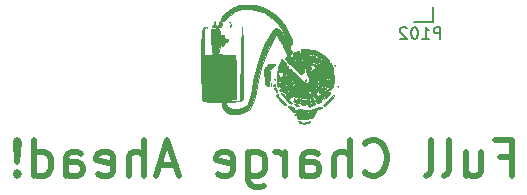
<source format=gbr>
G04 #@! TF.FileFunction,Legend,Bot*
%FSLAX46Y46*%
G04 Gerber Fmt 4.6, Leading zero omitted, Abs format (unit mm)*
G04 Created by KiCad (PCBNEW 0.201503210816+5526~22~ubuntu14.10.1-product) date Sun 22 Mar 2015 03:55:30 PM EDT*
%MOMM*%
G01*
G04 APERTURE LIST*
%ADD10C,0.100000*%
%ADD11C,0.500000*%
%ADD12C,0.150000*%
%ADD13R,2.032000X2.032000*%
%ADD14O,2.032000X2.032000*%
%ADD15C,1.600000*%
%ADD16R,1.500000X1.500000*%
%ADD17O,1.500000X1.500000*%
G04 APERTURE END LIST*
D10*
D11*
X187822573Y-111545714D02*
X188822573Y-111545714D01*
X188822573Y-113117143D02*
X188822573Y-110117143D01*
X187394002Y-110117143D01*
X184965430Y-111117143D02*
X184965430Y-113117143D01*
X186251144Y-111117143D02*
X186251144Y-112688571D01*
X186108287Y-112974286D01*
X185822573Y-113117143D01*
X185394001Y-113117143D01*
X185108287Y-112974286D01*
X184965430Y-112831429D01*
X183108287Y-113117143D02*
X183394001Y-112974286D01*
X183536858Y-112688571D01*
X183536858Y-110117143D01*
X181536858Y-113117143D02*
X181822572Y-112974286D01*
X181965429Y-112688571D01*
X181965429Y-110117143D01*
X176394001Y-112831429D02*
X176536858Y-112974286D01*
X176965429Y-113117143D01*
X177251143Y-113117143D01*
X177679715Y-112974286D01*
X177965429Y-112688571D01*
X178108286Y-112402857D01*
X178251143Y-111831429D01*
X178251143Y-111402857D01*
X178108286Y-110831429D01*
X177965429Y-110545714D01*
X177679715Y-110260000D01*
X177251143Y-110117143D01*
X176965429Y-110117143D01*
X176536858Y-110260000D01*
X176394001Y-110402857D01*
X175108286Y-113117143D02*
X175108286Y-110117143D01*
X173822572Y-113117143D02*
X173822572Y-111545714D01*
X173965429Y-111260000D01*
X174251143Y-111117143D01*
X174679715Y-111117143D01*
X174965429Y-111260000D01*
X175108286Y-111402857D01*
X171108286Y-113117143D02*
X171108286Y-111545714D01*
X171251143Y-111260000D01*
X171536857Y-111117143D01*
X172108286Y-111117143D01*
X172394000Y-111260000D01*
X171108286Y-112974286D02*
X171394000Y-113117143D01*
X172108286Y-113117143D01*
X172394000Y-112974286D01*
X172536857Y-112688571D01*
X172536857Y-112402857D01*
X172394000Y-112117143D01*
X172108286Y-111974286D01*
X171394000Y-111974286D01*
X171108286Y-111831429D01*
X169679714Y-113117143D02*
X169679714Y-111117143D01*
X169679714Y-111688571D02*
X169536857Y-111402857D01*
X169394000Y-111260000D01*
X169108286Y-111117143D01*
X168822571Y-111117143D01*
X166536857Y-111117143D02*
X166536857Y-113545714D01*
X166679714Y-113831429D01*
X166822571Y-113974286D01*
X167108286Y-114117143D01*
X167536857Y-114117143D01*
X167822571Y-113974286D01*
X166536857Y-112974286D02*
X166822571Y-113117143D01*
X167394000Y-113117143D01*
X167679714Y-112974286D01*
X167822571Y-112831429D01*
X167965428Y-112545714D01*
X167965428Y-111688571D01*
X167822571Y-111402857D01*
X167679714Y-111260000D01*
X167394000Y-111117143D01*
X166822571Y-111117143D01*
X166536857Y-111260000D01*
X163965428Y-112974286D02*
X164251142Y-113117143D01*
X164822571Y-113117143D01*
X165108285Y-112974286D01*
X165251142Y-112688571D01*
X165251142Y-111545714D01*
X165108285Y-111260000D01*
X164822571Y-111117143D01*
X164251142Y-111117143D01*
X163965428Y-111260000D01*
X163822571Y-111545714D01*
X163822571Y-111831429D01*
X165251142Y-112117143D01*
X160393999Y-112260000D02*
X158965428Y-112260000D01*
X160679714Y-113117143D02*
X159679714Y-110117143D01*
X158679714Y-113117143D01*
X157679713Y-113117143D02*
X157679713Y-110117143D01*
X156393999Y-113117143D02*
X156393999Y-111545714D01*
X156536856Y-111260000D01*
X156822570Y-111117143D01*
X157251142Y-111117143D01*
X157536856Y-111260000D01*
X157679713Y-111402857D01*
X153822570Y-112974286D02*
X154108284Y-113117143D01*
X154679713Y-113117143D01*
X154965427Y-112974286D01*
X155108284Y-112688571D01*
X155108284Y-111545714D01*
X154965427Y-111260000D01*
X154679713Y-111117143D01*
X154108284Y-111117143D01*
X153822570Y-111260000D01*
X153679713Y-111545714D01*
X153679713Y-111831429D01*
X155108284Y-112117143D01*
X151108284Y-113117143D02*
X151108284Y-111545714D01*
X151251141Y-111260000D01*
X151536855Y-111117143D01*
X152108284Y-111117143D01*
X152393998Y-111260000D01*
X151108284Y-112974286D02*
X151393998Y-113117143D01*
X152108284Y-113117143D01*
X152393998Y-112974286D01*
X152536855Y-112688571D01*
X152536855Y-112402857D01*
X152393998Y-112117143D01*
X152108284Y-111974286D01*
X151393998Y-111974286D01*
X151108284Y-111831429D01*
X148393998Y-113117143D02*
X148393998Y-110117143D01*
X148393998Y-112974286D02*
X148679712Y-113117143D01*
X149251141Y-113117143D01*
X149536855Y-112974286D01*
X149679712Y-112831429D01*
X149822569Y-112545714D01*
X149822569Y-111688571D01*
X149679712Y-111402857D01*
X149536855Y-111260000D01*
X149251141Y-111117143D01*
X148679712Y-111117143D01*
X148393998Y-111260000D01*
X146965426Y-112831429D02*
X146822569Y-112974286D01*
X146965426Y-113117143D01*
X147108283Y-112974286D01*
X146965426Y-112831429D01*
X146965426Y-113117143D01*
X146965426Y-111974286D02*
X147108283Y-110260000D01*
X146965426Y-110117143D01*
X146822569Y-110260000D01*
X146965426Y-111974286D01*
X146965426Y-110117143D01*
D12*
X182144000Y-100106000D02*
X180594000Y-100106000D01*
X182144000Y-98806000D02*
X182144000Y-100106000D01*
D10*
G36*
X171781940Y-108576182D02*
X171672073Y-108655809D01*
X171433810Y-108703062D01*
X171228339Y-108712000D01*
X170980305Y-108699532D01*
X170832311Y-108667047D01*
X170810530Y-108634564D01*
X170792728Y-108539919D01*
X170752027Y-108514248D01*
X170721176Y-108476862D01*
X170793833Y-108464684D01*
X170919218Y-108498723D01*
X170942000Y-108542666D01*
X171013781Y-108601276D01*
X171185473Y-108625531D01*
X171391595Y-108617409D01*
X171566669Y-108578887D01*
X171643019Y-108521500D01*
X171712593Y-108458990D01*
X171743220Y-108473533D01*
X171781940Y-108576182D01*
X171781940Y-108576182D01*
X171781940Y-108576182D01*
G37*
X171781940Y-108576182D02*
X171672073Y-108655809D01*
X171433810Y-108703062D01*
X171228339Y-108712000D01*
X170980305Y-108699532D01*
X170832311Y-108667047D01*
X170810530Y-108634564D01*
X170792728Y-108539919D01*
X170752027Y-108514248D01*
X170721176Y-108476862D01*
X170793833Y-108464684D01*
X170919218Y-108498723D01*
X170942000Y-108542666D01*
X171013781Y-108601276D01*
X171185473Y-108625531D01*
X171391595Y-108617409D01*
X171566669Y-108578887D01*
X171643019Y-108521500D01*
X171712593Y-108458990D01*
X171743220Y-108473533D01*
X171781940Y-108576182D01*
X171781940Y-108576182D01*
G36*
X172804666Y-107362330D02*
X172752796Y-107412896D01*
X172720000Y-107399666D01*
X172642106Y-107409188D01*
X172635333Y-107442000D01*
X172584200Y-107498181D01*
X172553754Y-107486241D01*
X172437447Y-107499878D01*
X172296467Y-107616033D01*
X172177525Y-107783676D01*
X172127333Y-107951774D01*
X172127333Y-107952095D01*
X172048647Y-108122370D01*
X171894500Y-108224227D01*
X171873333Y-108229962D01*
X171873333Y-107992333D01*
X171831000Y-107950000D01*
X171788666Y-107992333D01*
X171788666Y-107747391D01*
X171721872Y-107683312D01*
X171588872Y-107661672D01*
X171490739Y-107698612D01*
X171490048Y-107699697D01*
X171517919Y-107763497D01*
X171614336Y-107780666D01*
X171754840Y-107767030D01*
X171788666Y-107747391D01*
X171788666Y-107992333D01*
X171831000Y-108034666D01*
X171873333Y-107992333D01*
X171873333Y-108229962D01*
X171704000Y-108275845D01*
X171704000Y-108077000D01*
X171661666Y-108034666D01*
X171619333Y-108077000D01*
X171661666Y-108119333D01*
X171704000Y-108077000D01*
X171704000Y-108275845D01*
X171673719Y-108284051D01*
X171534666Y-108300436D01*
X171534666Y-108161666D01*
X171492333Y-108119333D01*
X171450000Y-108161666D01*
X171492333Y-108204000D01*
X171534666Y-108161666D01*
X171534666Y-108300436D01*
X171384332Y-108318151D01*
X171365333Y-108318600D01*
X171365333Y-108077000D01*
X171323000Y-108034666D01*
X171280666Y-108077000D01*
X171323000Y-108119333D01*
X171365333Y-108077000D01*
X171365333Y-108318600D01*
X171196000Y-108322610D01*
X171196000Y-107992333D01*
X171153666Y-107950000D01*
X171111333Y-107992333D01*
X171153666Y-108034666D01*
X171196000Y-107992333D01*
X171196000Y-108322610D01*
X171096356Y-108324970D01*
X171096356Y-107749688D01*
X171083111Y-107724222D01*
X170982631Y-107714089D01*
X170970222Y-107724222D01*
X170981844Y-107774556D01*
X171026666Y-107780666D01*
X171096356Y-107749688D01*
X171096356Y-108324970D01*
X171084555Y-108325250D01*
X170842356Y-108304890D01*
X170842356Y-107665021D01*
X170829111Y-107639555D01*
X170728631Y-107629422D01*
X170716222Y-107639555D01*
X170727844Y-107689889D01*
X170772666Y-107696000D01*
X170842356Y-107665021D01*
X170842356Y-108304890D01*
X170832600Y-108304070D01*
X170686682Y-108253336D01*
X170683974Y-108250774D01*
X170631225Y-108120287D01*
X170600108Y-107895909D01*
X170597382Y-107827233D01*
X170583030Y-107633725D01*
X170551028Y-107598128D01*
X170532794Y-107632441D01*
X170483364Y-107713106D01*
X170401303Y-107710598D01*
X170244250Y-107616105D01*
X170155752Y-107554001D01*
X169969435Y-107388396D01*
X169913428Y-107268497D01*
X169982780Y-107219380D01*
X170172535Y-107266117D01*
X170209453Y-107282203D01*
X170377042Y-107386177D01*
X170433564Y-107478122D01*
X170362232Y-107525413D01*
X170335222Y-107526666D01*
X170275358Y-107557958D01*
X170287255Y-107577478D01*
X170392708Y-107585700D01*
X170447174Y-107560857D01*
X170597226Y-107523554D01*
X170832982Y-107515371D01*
X170897307Y-107518895D01*
X171320527Y-107546583D01*
X171622580Y-107552814D01*
X171850657Y-107534253D01*
X172051950Y-107487568D01*
X172234074Y-107424476D01*
X172534781Y-107318573D01*
X172710475Y-107279654D01*
X172790259Y-107304548D01*
X172804666Y-107362330D01*
X172804666Y-107362330D01*
X172804666Y-107362330D01*
G37*
X172804666Y-107362330D02*
X172752796Y-107412896D01*
X172720000Y-107399666D01*
X172642106Y-107409188D01*
X172635333Y-107442000D01*
X172584200Y-107498181D01*
X172553754Y-107486241D01*
X172437447Y-107499878D01*
X172296467Y-107616033D01*
X172177525Y-107783676D01*
X172127333Y-107951774D01*
X172127333Y-107952095D01*
X172048647Y-108122370D01*
X171894500Y-108224227D01*
X171873333Y-108229962D01*
X171873333Y-107992333D01*
X171831000Y-107950000D01*
X171788666Y-107992333D01*
X171788666Y-107747391D01*
X171721872Y-107683312D01*
X171588872Y-107661672D01*
X171490739Y-107698612D01*
X171490048Y-107699697D01*
X171517919Y-107763497D01*
X171614336Y-107780666D01*
X171754840Y-107767030D01*
X171788666Y-107747391D01*
X171788666Y-107992333D01*
X171831000Y-108034666D01*
X171873333Y-107992333D01*
X171873333Y-108229962D01*
X171704000Y-108275845D01*
X171704000Y-108077000D01*
X171661666Y-108034666D01*
X171619333Y-108077000D01*
X171661666Y-108119333D01*
X171704000Y-108077000D01*
X171704000Y-108275845D01*
X171673719Y-108284051D01*
X171534666Y-108300436D01*
X171534666Y-108161666D01*
X171492333Y-108119333D01*
X171450000Y-108161666D01*
X171492333Y-108204000D01*
X171534666Y-108161666D01*
X171534666Y-108300436D01*
X171384332Y-108318151D01*
X171365333Y-108318600D01*
X171365333Y-108077000D01*
X171323000Y-108034666D01*
X171280666Y-108077000D01*
X171323000Y-108119333D01*
X171365333Y-108077000D01*
X171365333Y-108318600D01*
X171196000Y-108322610D01*
X171196000Y-107992333D01*
X171153666Y-107950000D01*
X171111333Y-107992333D01*
X171153666Y-108034666D01*
X171196000Y-107992333D01*
X171196000Y-108322610D01*
X171096356Y-108324970D01*
X171096356Y-107749688D01*
X171083111Y-107724222D01*
X170982631Y-107714089D01*
X170970222Y-107724222D01*
X170981844Y-107774556D01*
X171026666Y-107780666D01*
X171096356Y-107749688D01*
X171096356Y-108324970D01*
X171084555Y-108325250D01*
X170842356Y-108304890D01*
X170842356Y-107665021D01*
X170829111Y-107639555D01*
X170728631Y-107629422D01*
X170716222Y-107639555D01*
X170727844Y-107689889D01*
X170772666Y-107696000D01*
X170842356Y-107665021D01*
X170842356Y-108304890D01*
X170832600Y-108304070D01*
X170686682Y-108253336D01*
X170683974Y-108250774D01*
X170631225Y-108120287D01*
X170600108Y-107895909D01*
X170597382Y-107827233D01*
X170583030Y-107633725D01*
X170551028Y-107598128D01*
X170532794Y-107632441D01*
X170483364Y-107713106D01*
X170401303Y-107710598D01*
X170244250Y-107616105D01*
X170155752Y-107554001D01*
X169969435Y-107388396D01*
X169913428Y-107268497D01*
X169982780Y-107219380D01*
X170172535Y-107266117D01*
X170209453Y-107282203D01*
X170377042Y-107386177D01*
X170433564Y-107478122D01*
X170362232Y-107525413D01*
X170335222Y-107526666D01*
X170275358Y-107557958D01*
X170287255Y-107577478D01*
X170392708Y-107585700D01*
X170447174Y-107560857D01*
X170597226Y-107523554D01*
X170832982Y-107515371D01*
X170897307Y-107518895D01*
X171320527Y-107546583D01*
X171622580Y-107552814D01*
X171850657Y-107534253D01*
X172051950Y-107487568D01*
X172234074Y-107424476D01*
X172534781Y-107318573D01*
X172710475Y-107279654D01*
X172790259Y-107304548D01*
X172804666Y-107362330D01*
X172804666Y-107362330D01*
G36*
X170500577Y-107994035D02*
X170490444Y-108006444D01*
X170440110Y-107994822D01*
X170434000Y-107950000D01*
X170464978Y-107880309D01*
X170490444Y-107893555D01*
X170500577Y-107994035D01*
X170500577Y-107994035D01*
X170500577Y-107994035D01*
G37*
X170500577Y-107994035D02*
X170490444Y-108006444D01*
X170440110Y-107994822D01*
X170434000Y-107950000D01*
X170464978Y-107880309D01*
X170490444Y-107893555D01*
X170500577Y-107994035D01*
X170500577Y-107994035D01*
G36*
X171270062Y-104198196D02*
X171259222Y-104334556D01*
X171196000Y-104408517D01*
X171196000Y-104267000D01*
X171153666Y-104224666D01*
X171111333Y-104267000D01*
X171111333Y-104097666D01*
X171069000Y-104055333D01*
X171026666Y-104097666D01*
X171069000Y-104140000D01*
X171111333Y-104097666D01*
X171111333Y-104267000D01*
X171153666Y-104309333D01*
X171196000Y-104267000D01*
X171196000Y-104408517D01*
X171180197Y-104427005D01*
X171162028Y-104440688D01*
X170996221Y-104516682D01*
X170846007Y-104464613D01*
X170751908Y-104356166D01*
X170751908Y-103552845D01*
X170740326Y-103547333D01*
X170673071Y-103599214D01*
X170673071Y-103317013D01*
X170614850Y-103306018D01*
X170596498Y-103309722D01*
X170503473Y-103274600D01*
X170499597Y-103223540D01*
X170472193Y-103154435D01*
X170431986Y-103167577D01*
X170389848Y-103259781D01*
X170440255Y-103343204D01*
X170486617Y-103440607D01*
X170425124Y-103455442D01*
X170297526Y-103384472D01*
X170264516Y-103356833D01*
X170189513Y-103296007D01*
X170222962Y-103352379D01*
X170257950Y-103399166D01*
X170394974Y-103530479D01*
X170519023Y-103505483D01*
X170607298Y-103415556D01*
X170673071Y-103317013D01*
X170673071Y-103599214D01*
X170663061Y-103606936D01*
X170645666Y-103632000D01*
X170624091Y-103711154D01*
X170635673Y-103716666D01*
X170712938Y-103657063D01*
X170730333Y-103632000D01*
X170751908Y-103552845D01*
X170751908Y-104356166D01*
X170688000Y-104282514D01*
X170688000Y-104013000D01*
X170645666Y-103970666D01*
X170603333Y-104013000D01*
X170645666Y-104055333D01*
X170688000Y-104013000D01*
X170688000Y-104282514D01*
X170677285Y-104270166D01*
X170645666Y-104223950D01*
X170518666Y-104067156D01*
X170518666Y-103674333D01*
X170476333Y-103632000D01*
X170434000Y-103674333D01*
X170476333Y-103716666D01*
X170518666Y-103674333D01*
X170518666Y-104067156D01*
X170509597Y-104055960D01*
X170396112Y-103972826D01*
X170383521Y-103970910D01*
X170282032Y-103912288D01*
X170109721Y-103759741D01*
X169927983Y-103572101D01*
X169734727Y-103354205D01*
X169643449Y-103223316D01*
X169640126Y-103143086D01*
X169710729Y-103077166D01*
X169731576Y-103063105D01*
X169798512Y-103009352D01*
X169826307Y-102940405D01*
X169806711Y-102827896D01*
X169731476Y-102643455D01*
X169592352Y-102358712D01*
X169439836Y-102059762D01*
X169253252Y-101713783D01*
X169085879Y-101435841D01*
X168955980Y-101254200D01*
X168882388Y-101196935D01*
X168807492Y-101280767D01*
X168678451Y-101486068D01*
X168513799Y-101781363D01*
X168343547Y-102112009D01*
X168004651Y-102890121D01*
X167702883Y-103767000D01*
X167459731Y-104672804D01*
X167302867Y-105494666D01*
X167182155Y-106157210D01*
X167031935Y-106715844D01*
X166859167Y-107149723D01*
X166670810Y-107438000D01*
X166645551Y-107463686D01*
X166248399Y-107734596D01*
X165763613Y-107893432D01*
X165240648Y-107927519D01*
X164973000Y-107892344D01*
X164655864Y-107747136D01*
X164432312Y-107479968D01*
X164346598Y-107221417D01*
X164293203Y-106891666D01*
X163536844Y-106866959D01*
X163185815Y-106846096D01*
X162893819Y-106811456D01*
X162706507Y-106769160D01*
X162670242Y-106750758D01*
X162639532Y-106690973D01*
X162614709Y-106558165D01*
X162595249Y-106337936D01*
X162580629Y-106015886D01*
X162570329Y-105577617D01*
X162563824Y-105008729D01*
X162560593Y-104294824D01*
X162559999Y-103712347D01*
X162560792Y-102915907D01*
X162563653Y-102271991D01*
X162569308Y-101763794D01*
X162578484Y-101374510D01*
X162591906Y-101087336D01*
X162610301Y-100885466D01*
X162634393Y-100752096D01*
X162664910Y-100670421D01*
X162693047Y-100632380D01*
X162820350Y-100526281D01*
X162879314Y-100499333D01*
X162881802Y-100544543D01*
X162852099Y-100579471D01*
X162822940Y-100691866D01*
X162802993Y-100941399D01*
X162793733Y-101296053D01*
X162796632Y-101723812D01*
X162797540Y-101764805D01*
X162823413Y-102870000D01*
X163255162Y-102870000D01*
X163504188Y-102866051D01*
X163612380Y-102844125D01*
X163608210Y-102789106D01*
X163546788Y-102715166D01*
X163482490Y-102610971D01*
X163440547Y-102446814D01*
X163416878Y-102190621D01*
X163407399Y-101810318D01*
X163406666Y-101614499D01*
X163406666Y-100668666D01*
X163745333Y-100668666D01*
X164084000Y-100668666D01*
X164093821Y-101070833D01*
X164106154Y-101271679D01*
X164127128Y-101350888D01*
X164142362Y-101324833D01*
X164234994Y-101201434D01*
X164372926Y-101179537D01*
X164483838Y-101254948D01*
X164507333Y-101346000D01*
X164566137Y-101486508D01*
X164682874Y-101515333D01*
X164816805Y-101559696D01*
X164827797Y-101663500D01*
X164734143Y-101783270D01*
X164652256Y-101799907D01*
X164529626Y-101855542D01*
X164507333Y-101948074D01*
X164447758Y-102073728D01*
X164317424Y-102106898D01*
X164188913Y-102045244D01*
X164142362Y-101959833D01*
X164119800Y-101950954D01*
X164101659Y-102081779D01*
X164093821Y-102256166D01*
X164079856Y-102517722D01*
X164041628Y-102651115D01*
X163962146Y-102697360D01*
X163909669Y-102700666D01*
X163792599Y-102733259D01*
X163787666Y-102785333D01*
X163890231Y-102822250D01*
X164122378Y-102850957D01*
X164444413Y-102867507D01*
X164639330Y-102870000D01*
X165438666Y-102870000D01*
X165453534Y-103695500D01*
X165460180Y-104128675D01*
X165466567Y-104656876D01*
X165471868Y-105205794D01*
X165474701Y-105597788D01*
X165481000Y-106674577D01*
X164253333Y-106700900D01*
X163025666Y-106727222D01*
X164443833Y-106745944D01*
X165862000Y-106764666D01*
X165862222Y-105388833D01*
X165865835Y-104839044D01*
X165875705Y-104180018D01*
X165890609Y-103471686D01*
X165909325Y-102773978D01*
X165925722Y-102277333D01*
X165989000Y-100541666D01*
X166041569Y-101811666D01*
X166069459Y-102582098D01*
X166089531Y-103342252D01*
X166101891Y-104072654D01*
X166106648Y-104753830D01*
X166103909Y-105366308D01*
X166093780Y-105890612D01*
X166076368Y-106307270D01*
X166051782Y-106596808D01*
X166020128Y-106739752D01*
X166014400Y-106747733D01*
X165873287Y-106803049D01*
X165602822Y-106838678D01*
X165294733Y-106849333D01*
X164973270Y-106854318D01*
X164786262Y-106875012D01*
X164698981Y-106920020D01*
X164676697Y-106997946D01*
X164676666Y-107002484D01*
X164752277Y-107252901D01*
X164970876Y-107425205D01*
X165251824Y-107501189D01*
X165625205Y-107497513D01*
X165992045Y-107403819D01*
X166298872Y-107240492D01*
X166491973Y-107028387D01*
X166609027Y-106732831D01*
X166730680Y-106301578D01*
X166848773Y-105767783D01*
X166955151Y-105164602D01*
X166963015Y-105113666D01*
X167155132Y-104185391D01*
X167445729Y-103216414D01*
X167810555Y-102282706D01*
X167987211Y-101904917D01*
X168270526Y-101365095D01*
X168513236Y-100981015D01*
X168725031Y-100746728D01*
X168915602Y-100656284D01*
X169094637Y-100703733D01*
X169271827Y-100883127D01*
X169380142Y-101049666D01*
X169510380Y-101263834D01*
X169603506Y-101402048D01*
X169630574Y-101430666D01*
X169613509Y-101359994D01*
X169542740Y-101174602D01*
X169433524Y-100914425D01*
X169432029Y-100910981D01*
X169272807Y-100596147D01*
X169074109Y-100323101D01*
X168793857Y-100038613D01*
X168620852Y-99884819D01*
X168325411Y-99642507D01*
X168043568Y-99434062D01*
X167822250Y-99293449D01*
X167765001Y-99265375D01*
X167462279Y-99172369D01*
X167072334Y-99098331D01*
X166649105Y-99048474D01*
X166246532Y-99028015D01*
X165918556Y-99042169D01*
X165770516Y-99072539D01*
X165446352Y-99219476D01*
X165127528Y-99424042D01*
X164870402Y-99645966D01*
X164751265Y-99800833D01*
X164580443Y-99961170D01*
X164441083Y-99991333D01*
X164298047Y-100013432D01*
X164258417Y-100114133D01*
X164270916Y-100242084D01*
X164261884Y-100459767D01*
X164188934Y-100538418D01*
X164041273Y-100568925D01*
X163840890Y-100581727D01*
X163640366Y-100578207D01*
X163492279Y-100559748D01*
X163449210Y-100527734D01*
X163458755Y-100519203D01*
X163555320Y-100396317D01*
X163621859Y-100245333D01*
X163690542Y-100033666D01*
X163742921Y-100245333D01*
X163834124Y-100419046D01*
X163951699Y-100444449D01*
X164046400Y-100324746D01*
X164068457Y-100224166D01*
X164112774Y-100055037D01*
X164174290Y-99991333D01*
X164244480Y-99922689D01*
X164253333Y-99864577D01*
X164320602Y-99691638D01*
X164498734Y-99467609D01*
X164752210Y-99226531D01*
X165045515Y-99002443D01*
X165323605Y-98838783D01*
X165549871Y-98734480D01*
X165742380Y-98671333D01*
X165951774Y-98642327D01*
X166228694Y-98640449D01*
X166623783Y-98658685D01*
X166623933Y-98658693D01*
X167211695Y-98716659D01*
X167699916Y-98832889D01*
X168142093Y-99029217D01*
X168591724Y-99327476D01*
X168928624Y-99599312D01*
X169251107Y-99892889D01*
X169489062Y-100169605D01*
X169693838Y-100495911D01*
X169839162Y-100777645D01*
X170060427Y-101251577D01*
X170193777Y-101600072D01*
X170242784Y-101840182D01*
X170211022Y-101988959D01*
X170108163Y-102061594D01*
X169998284Y-102105649D01*
X169981321Y-102173091D01*
X170055367Y-102316305D01*
X170096411Y-102384126D01*
X170196879Y-102570681D01*
X170204524Y-102686730D01*
X170127768Y-102796270D01*
X170045887Y-102914029D01*
X170099940Y-102993345D01*
X170175702Y-103037033D01*
X170303038Y-103090365D01*
X170325011Y-103026885D01*
X170303748Y-102929520D01*
X170295749Y-102776088D01*
X170395388Y-102673915D01*
X170515402Y-102617352D01*
X170701384Y-102552423D01*
X170806046Y-102538629D01*
X170809934Y-102541103D01*
X170848648Y-102637143D01*
X170919075Y-102861908D01*
X171011008Y-103180060D01*
X171114238Y-103556263D01*
X171218559Y-103955179D01*
X171219702Y-103959670D01*
X171270062Y-104198196D01*
X171270062Y-104198196D01*
X171270062Y-104198196D01*
G37*
X171270062Y-104198196D02*
X171259222Y-104334556D01*
X171196000Y-104408517D01*
X171196000Y-104267000D01*
X171153666Y-104224666D01*
X171111333Y-104267000D01*
X171111333Y-104097666D01*
X171069000Y-104055333D01*
X171026666Y-104097666D01*
X171069000Y-104140000D01*
X171111333Y-104097666D01*
X171111333Y-104267000D01*
X171153666Y-104309333D01*
X171196000Y-104267000D01*
X171196000Y-104408517D01*
X171180197Y-104427005D01*
X171162028Y-104440688D01*
X170996221Y-104516682D01*
X170846007Y-104464613D01*
X170751908Y-104356166D01*
X170751908Y-103552845D01*
X170740326Y-103547333D01*
X170673071Y-103599214D01*
X170673071Y-103317013D01*
X170614850Y-103306018D01*
X170596498Y-103309722D01*
X170503473Y-103274600D01*
X170499597Y-103223540D01*
X170472193Y-103154435D01*
X170431986Y-103167577D01*
X170389848Y-103259781D01*
X170440255Y-103343204D01*
X170486617Y-103440607D01*
X170425124Y-103455442D01*
X170297526Y-103384472D01*
X170264516Y-103356833D01*
X170189513Y-103296007D01*
X170222962Y-103352379D01*
X170257950Y-103399166D01*
X170394974Y-103530479D01*
X170519023Y-103505483D01*
X170607298Y-103415556D01*
X170673071Y-103317013D01*
X170673071Y-103599214D01*
X170663061Y-103606936D01*
X170645666Y-103632000D01*
X170624091Y-103711154D01*
X170635673Y-103716666D01*
X170712938Y-103657063D01*
X170730333Y-103632000D01*
X170751908Y-103552845D01*
X170751908Y-104356166D01*
X170688000Y-104282514D01*
X170688000Y-104013000D01*
X170645666Y-103970666D01*
X170603333Y-104013000D01*
X170645666Y-104055333D01*
X170688000Y-104013000D01*
X170688000Y-104282514D01*
X170677285Y-104270166D01*
X170645666Y-104223950D01*
X170518666Y-104067156D01*
X170518666Y-103674333D01*
X170476333Y-103632000D01*
X170434000Y-103674333D01*
X170476333Y-103716666D01*
X170518666Y-103674333D01*
X170518666Y-104067156D01*
X170509597Y-104055960D01*
X170396112Y-103972826D01*
X170383521Y-103970910D01*
X170282032Y-103912288D01*
X170109721Y-103759741D01*
X169927983Y-103572101D01*
X169734727Y-103354205D01*
X169643449Y-103223316D01*
X169640126Y-103143086D01*
X169710729Y-103077166D01*
X169731576Y-103063105D01*
X169798512Y-103009352D01*
X169826307Y-102940405D01*
X169806711Y-102827896D01*
X169731476Y-102643455D01*
X169592352Y-102358712D01*
X169439836Y-102059762D01*
X169253252Y-101713783D01*
X169085879Y-101435841D01*
X168955980Y-101254200D01*
X168882388Y-101196935D01*
X168807492Y-101280767D01*
X168678451Y-101486068D01*
X168513799Y-101781363D01*
X168343547Y-102112009D01*
X168004651Y-102890121D01*
X167702883Y-103767000D01*
X167459731Y-104672804D01*
X167302867Y-105494666D01*
X167182155Y-106157210D01*
X167031935Y-106715844D01*
X166859167Y-107149723D01*
X166670810Y-107438000D01*
X166645551Y-107463686D01*
X166248399Y-107734596D01*
X165763613Y-107893432D01*
X165240648Y-107927519D01*
X164973000Y-107892344D01*
X164655864Y-107747136D01*
X164432312Y-107479968D01*
X164346598Y-107221417D01*
X164293203Y-106891666D01*
X163536844Y-106866959D01*
X163185815Y-106846096D01*
X162893819Y-106811456D01*
X162706507Y-106769160D01*
X162670242Y-106750758D01*
X162639532Y-106690973D01*
X162614709Y-106558165D01*
X162595249Y-106337936D01*
X162580629Y-106015886D01*
X162570329Y-105577617D01*
X162563824Y-105008729D01*
X162560593Y-104294824D01*
X162559999Y-103712347D01*
X162560792Y-102915907D01*
X162563653Y-102271991D01*
X162569308Y-101763794D01*
X162578484Y-101374510D01*
X162591906Y-101087336D01*
X162610301Y-100885466D01*
X162634393Y-100752096D01*
X162664910Y-100670421D01*
X162693047Y-100632380D01*
X162820350Y-100526281D01*
X162879314Y-100499333D01*
X162881802Y-100544543D01*
X162852099Y-100579471D01*
X162822940Y-100691866D01*
X162802993Y-100941399D01*
X162793733Y-101296053D01*
X162796632Y-101723812D01*
X162797540Y-101764805D01*
X162823413Y-102870000D01*
X163255162Y-102870000D01*
X163504188Y-102866051D01*
X163612380Y-102844125D01*
X163608210Y-102789106D01*
X163546788Y-102715166D01*
X163482490Y-102610971D01*
X163440547Y-102446814D01*
X163416878Y-102190621D01*
X163407399Y-101810318D01*
X163406666Y-101614499D01*
X163406666Y-100668666D01*
X163745333Y-100668666D01*
X164084000Y-100668666D01*
X164093821Y-101070833D01*
X164106154Y-101271679D01*
X164127128Y-101350888D01*
X164142362Y-101324833D01*
X164234994Y-101201434D01*
X164372926Y-101179537D01*
X164483838Y-101254948D01*
X164507333Y-101346000D01*
X164566137Y-101486508D01*
X164682874Y-101515333D01*
X164816805Y-101559696D01*
X164827797Y-101663500D01*
X164734143Y-101783270D01*
X164652256Y-101799907D01*
X164529626Y-101855542D01*
X164507333Y-101948074D01*
X164447758Y-102073728D01*
X164317424Y-102106898D01*
X164188913Y-102045244D01*
X164142362Y-101959833D01*
X164119800Y-101950954D01*
X164101659Y-102081779D01*
X164093821Y-102256166D01*
X164079856Y-102517722D01*
X164041628Y-102651115D01*
X163962146Y-102697360D01*
X163909669Y-102700666D01*
X163792599Y-102733259D01*
X163787666Y-102785333D01*
X163890231Y-102822250D01*
X164122378Y-102850957D01*
X164444413Y-102867507D01*
X164639330Y-102870000D01*
X165438666Y-102870000D01*
X165453534Y-103695500D01*
X165460180Y-104128675D01*
X165466567Y-104656876D01*
X165471868Y-105205794D01*
X165474701Y-105597788D01*
X165481000Y-106674577D01*
X164253333Y-106700900D01*
X163025666Y-106727222D01*
X164443833Y-106745944D01*
X165862000Y-106764666D01*
X165862222Y-105388833D01*
X165865835Y-104839044D01*
X165875705Y-104180018D01*
X165890609Y-103471686D01*
X165909325Y-102773978D01*
X165925722Y-102277333D01*
X165989000Y-100541666D01*
X166041569Y-101811666D01*
X166069459Y-102582098D01*
X166089531Y-103342252D01*
X166101891Y-104072654D01*
X166106648Y-104753830D01*
X166103909Y-105366308D01*
X166093780Y-105890612D01*
X166076368Y-106307270D01*
X166051782Y-106596808D01*
X166020128Y-106739752D01*
X166014400Y-106747733D01*
X165873287Y-106803049D01*
X165602822Y-106838678D01*
X165294733Y-106849333D01*
X164973270Y-106854318D01*
X164786262Y-106875012D01*
X164698981Y-106920020D01*
X164676697Y-106997946D01*
X164676666Y-107002484D01*
X164752277Y-107252901D01*
X164970876Y-107425205D01*
X165251824Y-107501189D01*
X165625205Y-107497513D01*
X165992045Y-107403819D01*
X166298872Y-107240492D01*
X166491973Y-107028387D01*
X166609027Y-106732831D01*
X166730680Y-106301578D01*
X166848773Y-105767783D01*
X166955151Y-105164602D01*
X166963015Y-105113666D01*
X167155132Y-104185391D01*
X167445729Y-103216414D01*
X167810555Y-102282706D01*
X167987211Y-101904917D01*
X168270526Y-101365095D01*
X168513236Y-100981015D01*
X168725031Y-100746728D01*
X168915602Y-100656284D01*
X169094637Y-100703733D01*
X169271827Y-100883127D01*
X169380142Y-101049666D01*
X169510380Y-101263834D01*
X169603506Y-101402048D01*
X169630574Y-101430666D01*
X169613509Y-101359994D01*
X169542740Y-101174602D01*
X169433524Y-100914425D01*
X169432029Y-100910981D01*
X169272807Y-100596147D01*
X169074109Y-100323101D01*
X168793857Y-100038613D01*
X168620852Y-99884819D01*
X168325411Y-99642507D01*
X168043568Y-99434062D01*
X167822250Y-99293449D01*
X167765001Y-99265375D01*
X167462279Y-99172369D01*
X167072334Y-99098331D01*
X166649105Y-99048474D01*
X166246532Y-99028015D01*
X165918556Y-99042169D01*
X165770516Y-99072539D01*
X165446352Y-99219476D01*
X165127528Y-99424042D01*
X164870402Y-99645966D01*
X164751265Y-99800833D01*
X164580443Y-99961170D01*
X164441083Y-99991333D01*
X164298047Y-100013432D01*
X164258417Y-100114133D01*
X164270916Y-100242084D01*
X164261884Y-100459767D01*
X164188934Y-100538418D01*
X164041273Y-100568925D01*
X163840890Y-100581727D01*
X163640366Y-100578207D01*
X163492279Y-100559748D01*
X163449210Y-100527734D01*
X163458755Y-100519203D01*
X163555320Y-100396317D01*
X163621859Y-100245333D01*
X163690542Y-100033666D01*
X163742921Y-100245333D01*
X163834124Y-100419046D01*
X163951699Y-100444449D01*
X164046400Y-100324746D01*
X164068457Y-100224166D01*
X164112774Y-100055037D01*
X164174290Y-99991333D01*
X164244480Y-99922689D01*
X164253333Y-99864577D01*
X164320602Y-99691638D01*
X164498734Y-99467609D01*
X164752210Y-99226531D01*
X165045515Y-99002443D01*
X165323605Y-98838783D01*
X165549871Y-98734480D01*
X165742380Y-98671333D01*
X165951774Y-98642327D01*
X166228694Y-98640449D01*
X166623783Y-98658685D01*
X166623933Y-98658693D01*
X167211695Y-98716659D01*
X167699916Y-98832889D01*
X168142093Y-99029217D01*
X168591724Y-99327476D01*
X168928624Y-99599312D01*
X169251107Y-99892889D01*
X169489062Y-100169605D01*
X169693838Y-100495911D01*
X169839162Y-100777645D01*
X170060427Y-101251577D01*
X170193777Y-101600072D01*
X170242784Y-101840182D01*
X170211022Y-101988959D01*
X170108163Y-102061594D01*
X169998284Y-102105649D01*
X169981321Y-102173091D01*
X170055367Y-102316305D01*
X170096411Y-102384126D01*
X170196879Y-102570681D01*
X170204524Y-102686730D01*
X170127768Y-102796270D01*
X170045887Y-102914029D01*
X170099940Y-102993345D01*
X170175702Y-103037033D01*
X170303038Y-103090365D01*
X170325011Y-103026885D01*
X170303748Y-102929520D01*
X170295749Y-102776088D01*
X170395388Y-102673915D01*
X170515402Y-102617352D01*
X170701384Y-102552423D01*
X170806046Y-102538629D01*
X170809934Y-102541103D01*
X170848648Y-102637143D01*
X170919075Y-102861908D01*
X171011008Y-103180060D01*
X171114238Y-103556263D01*
X171218559Y-103955179D01*
X171219702Y-103959670D01*
X171270062Y-104198196D01*
X171270062Y-104198196D01*
G36*
X173789815Y-104729929D02*
X173785990Y-105121697D01*
X173737248Y-105457338D01*
X173736000Y-105460827D01*
X173736000Y-105029000D01*
X173693666Y-104986666D01*
X173651333Y-105029000D01*
X173693666Y-105071333D01*
X173736000Y-105029000D01*
X173736000Y-105460827D01*
X173721023Y-105502701D01*
X173721023Y-105209688D01*
X173707777Y-105184222D01*
X173607298Y-105174089D01*
X173594888Y-105184222D01*
X173606511Y-105234556D01*
X173651333Y-105240666D01*
X173721023Y-105209688D01*
X173721023Y-105502701D01*
X173649307Y-105703213D01*
X173551690Y-105801673D01*
X173551690Y-104532355D01*
X173538444Y-104506888D01*
X173437964Y-104496755D01*
X173425555Y-104506888D01*
X173437177Y-104557223D01*
X173482000Y-104563333D01*
X173551690Y-104532355D01*
X173551690Y-105801673D01*
X173527886Y-105825683D01*
X173484986Y-105833333D01*
X173482000Y-105834474D01*
X173482000Y-104944333D01*
X173453017Y-104785218D01*
X173397333Y-104732666D01*
X173331146Y-104800177D01*
X173314521Y-104945149D01*
X173354102Y-105081237D01*
X173369111Y-105099555D01*
X173446484Y-105149790D01*
X173477848Y-105071540D01*
X173482000Y-104944333D01*
X173482000Y-105834474D01*
X173469512Y-105839247D01*
X173469512Y-105729950D01*
X173447390Y-105683785D01*
X173352156Y-105612916D01*
X173312666Y-105621666D01*
X173259543Y-105614409D01*
X173259543Y-105085392D01*
X173248722Y-104944333D01*
X173213023Y-104835006D01*
X173213023Y-104617021D01*
X173207241Y-104605904D01*
X173207241Y-103722179D01*
X173195660Y-103716666D01*
X173136175Y-103762553D01*
X173136175Y-103516147D01*
X173070471Y-103507103D01*
X172975698Y-103587620D01*
X172966716Y-103605132D01*
X172966716Y-103374236D01*
X172957648Y-103333426D01*
X172894667Y-103358834D01*
X172852443Y-103437848D01*
X172826665Y-103536763D01*
X172888688Y-103496183D01*
X172899839Y-103485244D01*
X172966716Y-103374236D01*
X172966716Y-103605132D01*
X172921097Y-103694078D01*
X172958636Y-103716666D01*
X173082729Y-103654356D01*
X173104481Y-103626367D01*
X173136175Y-103516147D01*
X173136175Y-103762553D01*
X173118394Y-103776270D01*
X173101000Y-103801333D01*
X173079425Y-103880487D01*
X173091006Y-103886000D01*
X173168271Y-103826396D01*
X173185666Y-103801333D01*
X173207241Y-103722179D01*
X173207241Y-104605904D01*
X173199777Y-104591555D01*
X173099298Y-104581422D01*
X173086888Y-104591555D01*
X173098511Y-104641889D01*
X173143333Y-104648000D01*
X173213023Y-104617021D01*
X173213023Y-104835006D01*
X173196838Y-104785440D01*
X173145204Y-104732666D01*
X173111789Y-104803274D01*
X173122611Y-104944333D01*
X173174494Y-105103225D01*
X173226129Y-105156000D01*
X173259543Y-105085392D01*
X173259543Y-105614409D01*
X173209284Y-105607544D01*
X173186520Y-105580714D01*
X173076243Y-105496780D01*
X172989657Y-105558415D01*
X172975296Y-105642833D01*
X172989721Y-105741460D01*
X173051674Y-105684988D01*
X173066811Y-105664000D01*
X173122094Y-105611246D01*
X173123033Y-105699371D01*
X173106555Y-105791000D01*
X173056080Y-106045000D01*
X173216196Y-105858100D01*
X173349643Y-105743220D01*
X173442730Y-105731100D01*
X173469512Y-105729950D01*
X173469512Y-105839247D01*
X173330758Y-105892281D01*
X173283703Y-105956021D01*
X173287460Y-106041930D01*
X173359311Y-106031629D01*
X173469655Y-106017983D01*
X173460454Y-106098413D01*
X173340001Y-106255946D01*
X173164500Y-106430322D01*
X173006801Y-106571036D01*
X172933720Y-106627590D01*
X172946380Y-106605784D01*
X173001192Y-106473478D01*
X172956589Y-106398691D01*
X172956589Y-104919157D01*
X172945406Y-104880833D01*
X172914503Y-104870197D01*
X172902701Y-104986666D01*
X172916007Y-105106862D01*
X172945406Y-105092500D01*
X172956589Y-104919157D01*
X172956589Y-106398691D01*
X172949255Y-106386395D01*
X172889333Y-106370121D01*
X172889333Y-106045000D01*
X172882175Y-106037841D01*
X172882175Y-105548147D01*
X172816471Y-105539103D01*
X172801859Y-105551517D01*
X172801859Y-103126233D01*
X172721249Y-103173412D01*
X172702142Y-103188980D01*
X172635333Y-103221628D01*
X172635333Y-103081666D01*
X172593000Y-103039333D01*
X172550666Y-103081666D01*
X172593000Y-103124000D01*
X172635333Y-103081666D01*
X172635333Y-103221628D01*
X172595666Y-103241013D01*
X172497145Y-103172898D01*
X172425105Y-103071980D01*
X172303301Y-102929094D01*
X172221363Y-102940593D01*
X172214513Y-102950598D01*
X172147556Y-103001228D01*
X172103119Y-102929021D01*
X171993914Y-102847154D01*
X171800281Y-102818051D01*
X171599307Y-102843615D01*
X171477000Y-102913555D01*
X171455630Y-102954975D01*
X171482298Y-102936478D01*
X171608293Y-102922590D01*
X171715132Y-102960624D01*
X171845256Y-103001250D01*
X171873333Y-102951597D01*
X171920650Y-102927236D01*
X172006380Y-102990952D01*
X172160201Y-103098777D01*
X172250013Y-103124000D01*
X172392236Y-103183503D01*
X172468340Y-103253819D01*
X172618938Y-103351443D01*
X172747938Y-103290641D01*
X172791976Y-103203375D01*
X172801859Y-103126233D01*
X172801859Y-105551517D01*
X172789690Y-105561855D01*
X172789690Y-104701688D01*
X172776444Y-104676222D01*
X172675964Y-104666089D01*
X172663555Y-104676222D01*
X172675177Y-104726556D01*
X172720000Y-104732666D01*
X172789690Y-104701688D01*
X172789690Y-105561855D01*
X172721698Y-105619620D01*
X172667097Y-105726078D01*
X172704636Y-105748666D01*
X172828729Y-105686356D01*
X172850481Y-105658367D01*
X172882175Y-105548147D01*
X172882175Y-106037841D01*
X172847000Y-106002666D01*
X172804666Y-106045000D01*
X172847000Y-106087333D01*
X172889333Y-106045000D01*
X172889333Y-106370121D01*
X172835738Y-106355566D01*
X172716658Y-106434458D01*
X172706000Y-106452237D01*
X172706000Y-106224500D01*
X172696637Y-106118398D01*
X172652344Y-106119153D01*
X172635333Y-106115650D01*
X172635333Y-103630755D01*
X172569411Y-103539715D01*
X172411344Y-103413654D01*
X172220677Y-103292809D01*
X172056957Y-103217416D01*
X172011133Y-103208983D01*
X171995032Y-103260485D01*
X172044364Y-103337712D01*
X172147314Y-103427076D01*
X172188787Y-103429434D01*
X172267733Y-103453872D01*
X172388388Y-103554388D01*
X172546699Y-103691906D01*
X172622428Y-103697520D01*
X172635333Y-103630755D01*
X172635333Y-106115650D01*
X172615930Y-106111656D01*
X172615930Y-105140125D01*
X172560355Y-105070960D01*
X172560355Y-103922345D01*
X172551831Y-103848775D01*
X172412260Y-103721078D01*
X172264271Y-103621015D01*
X172009616Y-103466641D01*
X171865741Y-103394760D01*
X171802241Y-103394378D01*
X171788666Y-103449045D01*
X171858062Y-103525308D01*
X172032974Y-103634356D01*
X172126361Y-103681878D01*
X172331020Y-103793909D01*
X172451539Y-103886884D01*
X172465028Y-103912163D01*
X172520220Y-103940579D01*
X172560355Y-103922345D01*
X172560355Y-105070960D01*
X172521233Y-105022273D01*
X172404156Y-105035602D01*
X172366356Y-105089676D01*
X172366356Y-104786355D01*
X172353111Y-104760888D01*
X172252631Y-104750755D01*
X172240222Y-104760888D01*
X172251844Y-104811223D01*
X172296666Y-104817333D01*
X172366356Y-104786355D01*
X172366356Y-105089676D01*
X172352088Y-105110088D01*
X172361664Y-105215700D01*
X172475712Y-105240666D01*
X172600940Y-105201163D01*
X172615930Y-105140125D01*
X172615930Y-106111656D01*
X172557131Y-106099551D01*
X172550666Y-106089351D01*
X172550666Y-105791000D01*
X172550666Y-105452333D01*
X172476366Y-105351474D01*
X172317833Y-105328026D01*
X172212000Y-105334020D01*
X172212000Y-103973006D01*
X172167904Y-103799928D01*
X172022408Y-103750630D01*
X171880869Y-103774830D01*
X171757826Y-103826946D01*
X171790664Y-103889667D01*
X171802676Y-103897746D01*
X171863832Y-103990204D01*
X171831000Y-104034166D01*
X171742026Y-104151491D01*
X171731311Y-104267320D01*
X171791323Y-104309333D01*
X171893638Y-104241473D01*
X171929249Y-104177467D01*
X172029255Y-104086071D01*
X172095925Y-104090143D01*
X172192574Y-104065969D01*
X172212000Y-103973006D01*
X172212000Y-105334020D01*
X172160196Y-105336955D01*
X172155403Y-105378572D01*
X172249348Y-105455026D01*
X172437706Y-105566343D01*
X172533782Y-105541344D01*
X172550666Y-105452333D01*
X172550666Y-105791000D01*
X172508333Y-105748666D01*
X172466000Y-105791000D01*
X172508333Y-105833333D01*
X172550666Y-105791000D01*
X172550666Y-106089351D01*
X172516203Y-106034978D01*
X172448786Y-105946338D01*
X172381333Y-105980793D01*
X172381333Y-105757725D01*
X172314146Y-105664565D01*
X172258645Y-105635036D01*
X172172736Y-105638794D01*
X172183036Y-105710645D01*
X172265041Y-105814504D01*
X172353061Y-105823801D01*
X172381333Y-105757725D01*
X172381333Y-105980793D01*
X172339777Y-106002021D01*
X172260735Y-106129347D01*
X172304158Y-106270665D01*
X172438133Y-106393251D01*
X172591779Y-106386146D01*
X172697748Y-106257086D01*
X172706000Y-106224500D01*
X172706000Y-106452237D01*
X172635058Y-106570584D01*
X172633978Y-106711457D01*
X172654739Y-106745546D01*
X172713996Y-106861941D01*
X172626196Y-106921988D01*
X172550666Y-106935982D01*
X172466000Y-106941001D01*
X172466000Y-106807000D01*
X172423666Y-106764666D01*
X172381333Y-106807000D01*
X172423666Y-106849333D01*
X172466000Y-106807000D01*
X172466000Y-106941001D01*
X172332857Y-106948894D01*
X172255738Y-106894637D01*
X172297313Y-106763458D01*
X172346293Y-106635919D01*
X172288818Y-106614703D01*
X172286047Y-106615291D01*
X172175283Y-106565823D01*
X172094606Y-106458586D01*
X172094606Y-105988512D01*
X172038947Y-105824977D01*
X171967381Y-105765862D01*
X171893181Y-105769482D01*
X171923751Y-105843516D01*
X171996443Y-105983016D01*
X172009620Y-106023833D01*
X172040342Y-106147891D01*
X172073439Y-106172000D01*
X172094036Y-106100427D01*
X172094606Y-105988512D01*
X172094606Y-106458586D01*
X172080380Y-106439677D01*
X171989463Y-106322727D01*
X171925017Y-106326203D01*
X171905945Y-106480847D01*
X171982633Y-106626797D01*
X172094058Y-106680000D01*
X172200525Y-106728226D01*
X172183726Y-106824535D01*
X172106166Y-106877926D01*
X172046897Y-106916519D01*
X172103509Y-106927315D01*
X172168337Y-106994700D01*
X172158137Y-107060513D01*
X172081202Y-107148338D01*
X172039645Y-107143799D01*
X171943041Y-107159095D01*
X171943041Y-106990483D01*
X171906569Y-106869647D01*
X171858104Y-106855452D01*
X171858104Y-106123404D01*
X171854632Y-106073564D01*
X171752330Y-105975864D01*
X171684105Y-105954916D01*
X171585674Y-105984707D01*
X171591920Y-106053352D01*
X171676570Y-106144509D01*
X171789080Y-106169690D01*
X171858104Y-106123404D01*
X171858104Y-106855452D01*
X171852439Y-106853793D01*
X171852439Y-106707430D01*
X171840058Y-106630741D01*
X171794372Y-106469438D01*
X171788666Y-106419075D01*
X171724160Y-106343412D01*
X171704948Y-106341333D01*
X171648195Y-106413099D01*
X171638748Y-106553000D01*
X171692300Y-106712296D01*
X171773858Y-106764666D01*
X171852439Y-106707430D01*
X171852439Y-106853793D01*
X171837208Y-106849333D01*
X171720608Y-106893186D01*
X171704000Y-106934000D01*
X171770971Y-107013540D01*
X171809833Y-107019963D01*
X171855533Y-107050307D01*
X171788666Y-107111075D01*
X171704610Y-107177895D01*
X171762343Y-107173285D01*
X171788666Y-107166263D01*
X171914372Y-107062249D01*
X171943041Y-106990483D01*
X171943041Y-107159095D01*
X171939035Y-107159730D01*
X171916520Y-107186618D01*
X171808820Y-107261798D01*
X171669413Y-107271421D01*
X171569516Y-107222216D01*
X171562407Y-107153164D01*
X171563176Y-107078057D01*
X171454857Y-107080181D01*
X171427069Y-107087412D01*
X171427069Y-106882847D01*
X171313752Y-106862635D01*
X171264791Y-106876163D01*
X171232721Y-106913757D01*
X171315944Y-106927315D01*
X171425758Y-106911749D01*
X171427069Y-106882847D01*
X171427069Y-107087412D01*
X171359799Y-107104920D01*
X171187530Y-107134965D01*
X171111518Y-107109905D01*
X171111333Y-107107293D01*
X171039081Y-107041756D01*
X171026666Y-107037854D01*
X171026666Y-106849333D01*
X170962237Y-106767126D01*
X170942000Y-106764666D01*
X170859793Y-106829095D01*
X170857333Y-106849333D01*
X170921762Y-106931539D01*
X170942000Y-106934000D01*
X171024206Y-106869570D01*
X171026666Y-106849333D01*
X171026666Y-107037854D01*
X170899666Y-106997944D01*
X170739605Y-107011937D01*
X170680150Y-107095023D01*
X170747431Y-107193218D01*
X170793833Y-107216593D01*
X170835090Y-107254614D01*
X170767682Y-107265982D01*
X170599327Y-107222854D01*
X170471348Y-107148359D01*
X170362996Y-107056044D01*
X170390155Y-107024824D01*
X170455166Y-107021359D01*
X170576066Y-106952850D01*
X170603333Y-106809116D01*
X170620840Y-106669407D01*
X170707051Y-106628482D01*
X170878500Y-106650847D01*
X171078758Y-106685724D01*
X171192896Y-106701058D01*
X171196000Y-106701090D01*
X171428613Y-106679719D01*
X171526146Y-106623484D01*
X171534666Y-106586070D01*
X171459102Y-106527859D01*
X171450000Y-106527729D01*
X171450000Y-106129666D01*
X171382227Y-106017418D01*
X171323000Y-106002666D01*
X171210369Y-106051026D01*
X171196000Y-106092330D01*
X171247869Y-106142896D01*
X171280666Y-106129666D01*
X171358685Y-106136379D01*
X171365333Y-106167003D01*
X171396492Y-106253476D01*
X171407666Y-106256666D01*
X171445309Y-106187593D01*
X171450000Y-106129666D01*
X171450000Y-106527729D01*
X171254541Y-106524942D01*
X171238333Y-106526735D01*
X171034910Y-106528080D01*
X170942119Y-106481322D01*
X170940703Y-106472498D01*
X170907360Y-106446078D01*
X170873973Y-106486640D01*
X170788445Y-106542536D01*
X170632889Y-106497150D01*
X170573917Y-106467891D01*
X170518666Y-106447271D01*
X170518666Y-105960333D01*
X170476333Y-105918000D01*
X170467700Y-105926633D01*
X170467700Y-105454299D01*
X170463788Y-105365505D01*
X170415910Y-105309131D01*
X170415910Y-104688631D01*
X170405777Y-104676222D01*
X170355443Y-104687844D01*
X170349333Y-104732666D01*
X170380311Y-104802356D01*
X170405777Y-104789111D01*
X170415910Y-104688631D01*
X170415910Y-105309131D01*
X170393989Y-105283321D01*
X170349333Y-105306469D01*
X170349333Y-105109605D01*
X170293845Y-105038514D01*
X170264666Y-105043881D01*
X170264666Y-104779996D01*
X170205337Y-104707710D01*
X170180000Y-104690333D01*
X170101981Y-104697046D01*
X170095333Y-104727669D01*
X170156793Y-104813887D01*
X170180000Y-104817333D01*
X170262465Y-104788446D01*
X170264666Y-104779996D01*
X170264666Y-105043881D01*
X170192485Y-105057158D01*
X170150850Y-105109841D01*
X170154977Y-105195320D01*
X170226645Y-105184963D01*
X170335274Y-105128103D01*
X170349333Y-105109605D01*
X170349333Y-105306469D01*
X170297112Y-105333539D01*
X170191138Y-105443060D01*
X170237493Y-105488542D01*
X170346676Y-105494666D01*
X170467700Y-105454299D01*
X170467700Y-105926633D01*
X170434000Y-105960333D01*
X170476333Y-106002666D01*
X170518666Y-105960333D01*
X170518666Y-106447271D01*
X170372981Y-106392903D01*
X170348690Y-106397918D01*
X170348690Y-106092879D01*
X170304845Y-106113903D01*
X170243500Y-106161200D01*
X170134792Y-106258026D01*
X170134792Y-106052846D01*
X170090166Y-105957937D01*
X170090166Y-105572765D01*
X170064331Y-105532477D01*
X170004531Y-105465751D01*
X169926000Y-105420598D01*
X169926000Y-105203330D01*
X169902719Y-105174964D01*
X169902719Y-104647986D01*
X169827584Y-104495078D01*
X169618749Y-104397141D01*
X169502666Y-104379210D01*
X169502666Y-103759000D01*
X169460333Y-103716666D01*
X169418000Y-103759000D01*
X169460333Y-103801333D01*
X169502666Y-103759000D01*
X169502666Y-104379210D01*
X169313297Y-104349961D01*
X169142526Y-104359845D01*
X169083235Y-104457238D01*
X169079333Y-104531359D01*
X169115670Y-104683963D01*
X169256558Y-104731772D01*
X169296705Y-104732666D01*
X169450358Y-104709690D01*
X169474434Y-104615741D01*
X169460502Y-104563866D01*
X169445405Y-104443068D01*
X169532597Y-104443385D01*
X169541986Y-104446892D01*
X169639597Y-104561702D01*
X169632971Y-104679193D01*
X169616496Y-104778728D01*
X169637503Y-104753833D01*
X169733524Y-104656041D01*
X169768718Y-104648000D01*
X169812696Y-104700287D01*
X169799000Y-104732666D01*
X169802718Y-104810816D01*
X169831074Y-104817333D01*
X169894107Y-104747116D01*
X169902719Y-104647986D01*
X169902719Y-105174964D01*
X169866671Y-105131044D01*
X169841333Y-105113666D01*
X169763314Y-105120379D01*
X169756666Y-105151003D01*
X169818127Y-105237221D01*
X169841333Y-105240666D01*
X169923798Y-105211779D01*
X169926000Y-105203330D01*
X169926000Y-105420598D01*
X169856857Y-105380843D01*
X169696828Y-105381201D01*
X169654396Y-105414396D01*
X169654396Y-105102160D01*
X169619149Y-105085418D01*
X169501032Y-105104925D01*
X169275101Y-105138059D01*
X169142833Y-105149708D01*
X169017013Y-105195142D01*
X168994666Y-105240666D01*
X169061917Y-105309993D01*
X169222996Y-105316054D01*
X169416888Y-105264128D01*
X169543365Y-105193191D01*
X169654396Y-105102160D01*
X169654396Y-105414396D01*
X169595665Y-105460344D01*
X169587333Y-105503725D01*
X169640964Y-105574806D01*
X169747976Y-105547595D01*
X169801540Y-105490555D01*
X169901849Y-105454234D01*
X169997037Y-105507085D01*
X170090166Y-105572765D01*
X170090166Y-105957937D01*
X170086010Y-105949099D01*
X169966513Y-105858745D01*
X169849738Y-105834092D01*
X169793249Y-105877244D01*
X169813873Y-105939166D01*
X169882907Y-106075143D01*
X169892953Y-106108500D01*
X169915416Y-106224700D01*
X169977035Y-106223318D01*
X170054044Y-106171133D01*
X170134792Y-106052846D01*
X170134792Y-106258026D01*
X170126240Y-106265644D01*
X170095333Y-106309366D01*
X170136518Y-106334709D01*
X170249071Y-106225946D01*
X170275466Y-106193166D01*
X170348690Y-106092879D01*
X170348690Y-106397918D01*
X170215656Y-106425384D01*
X170174980Y-106448783D01*
X170045436Y-106556476D01*
X170010666Y-106620696D01*
X169953372Y-106651572D01*
X169904833Y-106633371D01*
X169893396Y-106644421D01*
X169989668Y-106739110D01*
X170053000Y-106794663D01*
X170201522Y-106942937D01*
X170205623Y-107010399D01*
X170174798Y-107015621D01*
X170031448Y-106968645D01*
X169869733Y-106854032D01*
X169743229Y-106719294D01*
X169705512Y-106611944D01*
X169709566Y-106603046D01*
X169675424Y-106520188D01*
X169546600Y-106426856D01*
X169375410Y-106300259D01*
X169293552Y-106190454D01*
X169279053Y-106109484D01*
X169360351Y-106159289D01*
X169487840Y-106211018D01*
X169538679Y-106192432D01*
X169578771Y-106198767D01*
X169573222Y-106252818D01*
X169593292Y-106364240D01*
X169629666Y-106381114D01*
X169770937Y-106427435D01*
X169835527Y-106462953D01*
X169861733Y-106450408D01*
X169795812Y-106334219D01*
X169756666Y-106280107D01*
X169756666Y-105706333D01*
X169714333Y-105664000D01*
X169672000Y-105706333D01*
X169714333Y-105748666D01*
X169756666Y-105706333D01*
X169756666Y-106280107D01*
X169718100Y-106226798D01*
X169532940Y-106022555D01*
X169502666Y-106008880D01*
X169502666Y-105791000D01*
X169502666Y-105532003D01*
X169461010Y-105444800D01*
X169416618Y-105453186D01*
X169367777Y-105554655D01*
X169379282Y-105585183D01*
X169461016Y-105660257D01*
X169501010Y-105574750D01*
X169502666Y-105532003D01*
X169502666Y-105791000D01*
X169460333Y-105748666D01*
X169418000Y-105791000D01*
X169460333Y-105833333D01*
X169502666Y-105791000D01*
X169502666Y-106008880D01*
X169383794Y-105955188D01*
X169333333Y-105962364D01*
X169333333Y-105875666D01*
X169291000Y-105833333D01*
X169248666Y-105875666D01*
X169291000Y-105918000D01*
X169333333Y-105875666D01*
X169333333Y-105962364D01*
X169321739Y-105964013D01*
X169198031Y-105950151D01*
X169159888Y-105853795D01*
X169222531Y-105746482D01*
X169269833Y-105720073D01*
X169328058Y-105681788D01*
X169264836Y-105670684D01*
X169194684Y-105617212D01*
X169206333Y-105579333D01*
X169199620Y-105501314D01*
X169168996Y-105494666D01*
X169082140Y-105561881D01*
X169073966Y-105600500D01*
X169045256Y-105613280D01*
X168985001Y-105496836D01*
X168945980Y-105312936D01*
X168927786Y-105047387D01*
X168929107Y-104754498D01*
X168948633Y-104488580D01*
X168985055Y-104303942D01*
X169014976Y-104254447D01*
X169062597Y-104149265D01*
X169079333Y-103984508D01*
X169129217Y-103733363D01*
X169211238Y-103566023D01*
X169291808Y-103399322D01*
X169291507Y-103294154D01*
X169272233Y-103224969D01*
X169338731Y-103243754D01*
X169451567Y-103324474D01*
X169571305Y-103441098D01*
X169630251Y-103517775D01*
X169717449Y-103692262D01*
X169692568Y-103823243D01*
X169660581Y-103870499D01*
X169595051Y-103964334D01*
X169638837Y-103936217D01*
X169671849Y-103907166D01*
X169811636Y-103814398D01*
X169886342Y-103816325D01*
X169857876Y-103906253D01*
X169835086Y-103935859D01*
X169767146Y-104037082D01*
X169822898Y-104053020D01*
X169845886Y-104049506D01*
X170043062Y-104066758D01*
X170206168Y-104158174D01*
X170264666Y-104271061D01*
X170328259Y-104416153D01*
X170362415Y-104444418D01*
X170421926Y-104451852D01*
X170398977Y-104385915D01*
X170424202Y-104388587D01*
X170542810Y-104494841D01*
X170732875Y-104684254D01*
X170849861Y-104805877D01*
X171158425Y-105108299D01*
X171375357Y-105269534D01*
X171492552Y-105294631D01*
X171650019Y-105157964D01*
X171677937Y-104940316D01*
X171595213Y-104717964D01*
X171518822Y-104541743D01*
X171415276Y-104244211D01*
X171298677Y-103868291D01*
X171192696Y-103492705D01*
X171079374Y-103053830D01*
X171014022Y-102752172D01*
X170993042Y-102563657D01*
X171012834Y-102464212D01*
X171035497Y-102441209D01*
X171213676Y-102400549D01*
X171499664Y-102405774D01*
X171840334Y-102450110D01*
X172182557Y-102526783D01*
X172459275Y-102622763D01*
X172775521Y-102795993D01*
X173060672Y-103010909D01*
X173277738Y-103233629D01*
X173389729Y-103430274D01*
X173397333Y-103481932D01*
X173454780Y-103636240D01*
X173517816Y-103683548D01*
X173598742Y-103791361D01*
X173681317Y-104033513D01*
X173743003Y-104315675D01*
X173789815Y-104729929D01*
X173789815Y-104729929D01*
X173789815Y-104729929D01*
G37*
X173789815Y-104729929D02*
X173785990Y-105121697D01*
X173737248Y-105457338D01*
X173736000Y-105460827D01*
X173736000Y-105029000D01*
X173693666Y-104986666D01*
X173651333Y-105029000D01*
X173693666Y-105071333D01*
X173736000Y-105029000D01*
X173736000Y-105460827D01*
X173721023Y-105502701D01*
X173721023Y-105209688D01*
X173707777Y-105184222D01*
X173607298Y-105174089D01*
X173594888Y-105184222D01*
X173606511Y-105234556D01*
X173651333Y-105240666D01*
X173721023Y-105209688D01*
X173721023Y-105502701D01*
X173649307Y-105703213D01*
X173551690Y-105801673D01*
X173551690Y-104532355D01*
X173538444Y-104506888D01*
X173437964Y-104496755D01*
X173425555Y-104506888D01*
X173437177Y-104557223D01*
X173482000Y-104563333D01*
X173551690Y-104532355D01*
X173551690Y-105801673D01*
X173527886Y-105825683D01*
X173484986Y-105833333D01*
X173482000Y-105834474D01*
X173482000Y-104944333D01*
X173453017Y-104785218D01*
X173397333Y-104732666D01*
X173331146Y-104800177D01*
X173314521Y-104945149D01*
X173354102Y-105081237D01*
X173369111Y-105099555D01*
X173446484Y-105149790D01*
X173477848Y-105071540D01*
X173482000Y-104944333D01*
X173482000Y-105834474D01*
X173469512Y-105839247D01*
X173469512Y-105729950D01*
X173447390Y-105683785D01*
X173352156Y-105612916D01*
X173312666Y-105621666D01*
X173259543Y-105614409D01*
X173259543Y-105085392D01*
X173248722Y-104944333D01*
X173213023Y-104835006D01*
X173213023Y-104617021D01*
X173207241Y-104605904D01*
X173207241Y-103722179D01*
X173195660Y-103716666D01*
X173136175Y-103762553D01*
X173136175Y-103516147D01*
X173070471Y-103507103D01*
X172975698Y-103587620D01*
X172966716Y-103605132D01*
X172966716Y-103374236D01*
X172957648Y-103333426D01*
X172894667Y-103358834D01*
X172852443Y-103437848D01*
X172826665Y-103536763D01*
X172888688Y-103496183D01*
X172899839Y-103485244D01*
X172966716Y-103374236D01*
X172966716Y-103605132D01*
X172921097Y-103694078D01*
X172958636Y-103716666D01*
X173082729Y-103654356D01*
X173104481Y-103626367D01*
X173136175Y-103516147D01*
X173136175Y-103762553D01*
X173118394Y-103776270D01*
X173101000Y-103801333D01*
X173079425Y-103880487D01*
X173091006Y-103886000D01*
X173168271Y-103826396D01*
X173185666Y-103801333D01*
X173207241Y-103722179D01*
X173207241Y-104605904D01*
X173199777Y-104591555D01*
X173099298Y-104581422D01*
X173086888Y-104591555D01*
X173098511Y-104641889D01*
X173143333Y-104648000D01*
X173213023Y-104617021D01*
X173213023Y-104835006D01*
X173196838Y-104785440D01*
X173145204Y-104732666D01*
X173111789Y-104803274D01*
X173122611Y-104944333D01*
X173174494Y-105103225D01*
X173226129Y-105156000D01*
X173259543Y-105085392D01*
X173259543Y-105614409D01*
X173209284Y-105607544D01*
X173186520Y-105580714D01*
X173076243Y-105496780D01*
X172989657Y-105558415D01*
X172975296Y-105642833D01*
X172989721Y-105741460D01*
X173051674Y-105684988D01*
X173066811Y-105664000D01*
X173122094Y-105611246D01*
X173123033Y-105699371D01*
X173106555Y-105791000D01*
X173056080Y-106045000D01*
X173216196Y-105858100D01*
X173349643Y-105743220D01*
X173442730Y-105731100D01*
X173469512Y-105729950D01*
X173469512Y-105839247D01*
X173330758Y-105892281D01*
X173283703Y-105956021D01*
X173287460Y-106041930D01*
X173359311Y-106031629D01*
X173469655Y-106017983D01*
X173460454Y-106098413D01*
X173340001Y-106255946D01*
X173164500Y-106430322D01*
X173006801Y-106571036D01*
X172933720Y-106627590D01*
X172946380Y-106605784D01*
X173001192Y-106473478D01*
X172956589Y-106398691D01*
X172956589Y-104919157D01*
X172945406Y-104880833D01*
X172914503Y-104870197D01*
X172902701Y-104986666D01*
X172916007Y-105106862D01*
X172945406Y-105092500D01*
X172956589Y-104919157D01*
X172956589Y-106398691D01*
X172949255Y-106386395D01*
X172889333Y-106370121D01*
X172889333Y-106045000D01*
X172882175Y-106037841D01*
X172882175Y-105548147D01*
X172816471Y-105539103D01*
X172801859Y-105551517D01*
X172801859Y-103126233D01*
X172721249Y-103173412D01*
X172702142Y-103188980D01*
X172635333Y-103221628D01*
X172635333Y-103081666D01*
X172593000Y-103039333D01*
X172550666Y-103081666D01*
X172593000Y-103124000D01*
X172635333Y-103081666D01*
X172635333Y-103221628D01*
X172595666Y-103241013D01*
X172497145Y-103172898D01*
X172425105Y-103071980D01*
X172303301Y-102929094D01*
X172221363Y-102940593D01*
X172214513Y-102950598D01*
X172147556Y-103001228D01*
X172103119Y-102929021D01*
X171993914Y-102847154D01*
X171800281Y-102818051D01*
X171599307Y-102843615D01*
X171477000Y-102913555D01*
X171455630Y-102954975D01*
X171482298Y-102936478D01*
X171608293Y-102922590D01*
X171715132Y-102960624D01*
X171845256Y-103001250D01*
X171873333Y-102951597D01*
X171920650Y-102927236D01*
X172006380Y-102990952D01*
X172160201Y-103098777D01*
X172250013Y-103124000D01*
X172392236Y-103183503D01*
X172468340Y-103253819D01*
X172618938Y-103351443D01*
X172747938Y-103290641D01*
X172791976Y-103203375D01*
X172801859Y-103126233D01*
X172801859Y-105551517D01*
X172789690Y-105561855D01*
X172789690Y-104701688D01*
X172776444Y-104676222D01*
X172675964Y-104666089D01*
X172663555Y-104676222D01*
X172675177Y-104726556D01*
X172720000Y-104732666D01*
X172789690Y-104701688D01*
X172789690Y-105561855D01*
X172721698Y-105619620D01*
X172667097Y-105726078D01*
X172704636Y-105748666D01*
X172828729Y-105686356D01*
X172850481Y-105658367D01*
X172882175Y-105548147D01*
X172882175Y-106037841D01*
X172847000Y-106002666D01*
X172804666Y-106045000D01*
X172847000Y-106087333D01*
X172889333Y-106045000D01*
X172889333Y-106370121D01*
X172835738Y-106355566D01*
X172716658Y-106434458D01*
X172706000Y-106452237D01*
X172706000Y-106224500D01*
X172696637Y-106118398D01*
X172652344Y-106119153D01*
X172635333Y-106115650D01*
X172635333Y-103630755D01*
X172569411Y-103539715D01*
X172411344Y-103413654D01*
X172220677Y-103292809D01*
X172056957Y-103217416D01*
X172011133Y-103208983D01*
X171995032Y-103260485D01*
X172044364Y-103337712D01*
X172147314Y-103427076D01*
X172188787Y-103429434D01*
X172267733Y-103453872D01*
X172388388Y-103554388D01*
X172546699Y-103691906D01*
X172622428Y-103697520D01*
X172635333Y-103630755D01*
X172635333Y-106115650D01*
X172615930Y-106111656D01*
X172615930Y-105140125D01*
X172560355Y-105070960D01*
X172560355Y-103922345D01*
X172551831Y-103848775D01*
X172412260Y-103721078D01*
X172264271Y-103621015D01*
X172009616Y-103466641D01*
X171865741Y-103394760D01*
X171802241Y-103394378D01*
X171788666Y-103449045D01*
X171858062Y-103525308D01*
X172032974Y-103634356D01*
X172126361Y-103681878D01*
X172331020Y-103793909D01*
X172451539Y-103886884D01*
X172465028Y-103912163D01*
X172520220Y-103940579D01*
X172560355Y-103922345D01*
X172560355Y-105070960D01*
X172521233Y-105022273D01*
X172404156Y-105035602D01*
X172366356Y-105089676D01*
X172366356Y-104786355D01*
X172353111Y-104760888D01*
X172252631Y-104750755D01*
X172240222Y-104760888D01*
X172251844Y-104811223D01*
X172296666Y-104817333D01*
X172366356Y-104786355D01*
X172366356Y-105089676D01*
X172352088Y-105110088D01*
X172361664Y-105215700D01*
X172475712Y-105240666D01*
X172600940Y-105201163D01*
X172615930Y-105140125D01*
X172615930Y-106111656D01*
X172557131Y-106099551D01*
X172550666Y-106089351D01*
X172550666Y-105791000D01*
X172550666Y-105452333D01*
X172476366Y-105351474D01*
X172317833Y-105328026D01*
X172212000Y-105334020D01*
X172212000Y-103973006D01*
X172167904Y-103799928D01*
X172022408Y-103750630D01*
X171880869Y-103774830D01*
X171757826Y-103826946D01*
X171790664Y-103889667D01*
X171802676Y-103897746D01*
X171863832Y-103990204D01*
X171831000Y-104034166D01*
X171742026Y-104151491D01*
X171731311Y-104267320D01*
X171791323Y-104309333D01*
X171893638Y-104241473D01*
X171929249Y-104177467D01*
X172029255Y-104086071D01*
X172095925Y-104090143D01*
X172192574Y-104065969D01*
X172212000Y-103973006D01*
X172212000Y-105334020D01*
X172160196Y-105336955D01*
X172155403Y-105378572D01*
X172249348Y-105455026D01*
X172437706Y-105566343D01*
X172533782Y-105541344D01*
X172550666Y-105452333D01*
X172550666Y-105791000D01*
X172508333Y-105748666D01*
X172466000Y-105791000D01*
X172508333Y-105833333D01*
X172550666Y-105791000D01*
X172550666Y-106089351D01*
X172516203Y-106034978D01*
X172448786Y-105946338D01*
X172381333Y-105980793D01*
X172381333Y-105757725D01*
X172314146Y-105664565D01*
X172258645Y-105635036D01*
X172172736Y-105638794D01*
X172183036Y-105710645D01*
X172265041Y-105814504D01*
X172353061Y-105823801D01*
X172381333Y-105757725D01*
X172381333Y-105980793D01*
X172339777Y-106002021D01*
X172260735Y-106129347D01*
X172304158Y-106270665D01*
X172438133Y-106393251D01*
X172591779Y-106386146D01*
X172697748Y-106257086D01*
X172706000Y-106224500D01*
X172706000Y-106452237D01*
X172635058Y-106570584D01*
X172633978Y-106711457D01*
X172654739Y-106745546D01*
X172713996Y-106861941D01*
X172626196Y-106921988D01*
X172550666Y-106935982D01*
X172466000Y-106941001D01*
X172466000Y-106807000D01*
X172423666Y-106764666D01*
X172381333Y-106807000D01*
X172423666Y-106849333D01*
X172466000Y-106807000D01*
X172466000Y-106941001D01*
X172332857Y-106948894D01*
X172255738Y-106894637D01*
X172297313Y-106763458D01*
X172346293Y-106635919D01*
X172288818Y-106614703D01*
X172286047Y-106615291D01*
X172175283Y-106565823D01*
X172094606Y-106458586D01*
X172094606Y-105988512D01*
X172038947Y-105824977D01*
X171967381Y-105765862D01*
X171893181Y-105769482D01*
X171923751Y-105843516D01*
X171996443Y-105983016D01*
X172009620Y-106023833D01*
X172040342Y-106147891D01*
X172073439Y-106172000D01*
X172094036Y-106100427D01*
X172094606Y-105988512D01*
X172094606Y-106458586D01*
X172080380Y-106439677D01*
X171989463Y-106322727D01*
X171925017Y-106326203D01*
X171905945Y-106480847D01*
X171982633Y-106626797D01*
X172094058Y-106680000D01*
X172200525Y-106728226D01*
X172183726Y-106824535D01*
X172106166Y-106877926D01*
X172046897Y-106916519D01*
X172103509Y-106927315D01*
X172168337Y-106994700D01*
X172158137Y-107060513D01*
X172081202Y-107148338D01*
X172039645Y-107143799D01*
X171943041Y-107159095D01*
X171943041Y-106990483D01*
X171906569Y-106869647D01*
X171858104Y-106855452D01*
X171858104Y-106123404D01*
X171854632Y-106073564D01*
X171752330Y-105975864D01*
X171684105Y-105954916D01*
X171585674Y-105984707D01*
X171591920Y-106053352D01*
X171676570Y-106144509D01*
X171789080Y-106169690D01*
X171858104Y-106123404D01*
X171858104Y-106855452D01*
X171852439Y-106853793D01*
X171852439Y-106707430D01*
X171840058Y-106630741D01*
X171794372Y-106469438D01*
X171788666Y-106419075D01*
X171724160Y-106343412D01*
X171704948Y-106341333D01*
X171648195Y-106413099D01*
X171638748Y-106553000D01*
X171692300Y-106712296D01*
X171773858Y-106764666D01*
X171852439Y-106707430D01*
X171852439Y-106853793D01*
X171837208Y-106849333D01*
X171720608Y-106893186D01*
X171704000Y-106934000D01*
X171770971Y-107013540D01*
X171809833Y-107019963D01*
X171855533Y-107050307D01*
X171788666Y-107111075D01*
X171704610Y-107177895D01*
X171762343Y-107173285D01*
X171788666Y-107166263D01*
X171914372Y-107062249D01*
X171943041Y-106990483D01*
X171943041Y-107159095D01*
X171939035Y-107159730D01*
X171916520Y-107186618D01*
X171808820Y-107261798D01*
X171669413Y-107271421D01*
X171569516Y-107222216D01*
X171562407Y-107153164D01*
X171563176Y-107078057D01*
X171454857Y-107080181D01*
X171427069Y-107087412D01*
X171427069Y-106882847D01*
X171313752Y-106862635D01*
X171264791Y-106876163D01*
X171232721Y-106913757D01*
X171315944Y-106927315D01*
X171425758Y-106911749D01*
X171427069Y-106882847D01*
X171427069Y-107087412D01*
X171359799Y-107104920D01*
X171187530Y-107134965D01*
X171111518Y-107109905D01*
X171111333Y-107107293D01*
X171039081Y-107041756D01*
X171026666Y-107037854D01*
X171026666Y-106849333D01*
X170962237Y-106767126D01*
X170942000Y-106764666D01*
X170859793Y-106829095D01*
X170857333Y-106849333D01*
X170921762Y-106931539D01*
X170942000Y-106934000D01*
X171024206Y-106869570D01*
X171026666Y-106849333D01*
X171026666Y-107037854D01*
X170899666Y-106997944D01*
X170739605Y-107011937D01*
X170680150Y-107095023D01*
X170747431Y-107193218D01*
X170793833Y-107216593D01*
X170835090Y-107254614D01*
X170767682Y-107265982D01*
X170599327Y-107222854D01*
X170471348Y-107148359D01*
X170362996Y-107056044D01*
X170390155Y-107024824D01*
X170455166Y-107021359D01*
X170576066Y-106952850D01*
X170603333Y-106809116D01*
X170620840Y-106669407D01*
X170707051Y-106628482D01*
X170878500Y-106650847D01*
X171078758Y-106685724D01*
X171192896Y-106701058D01*
X171196000Y-106701090D01*
X171428613Y-106679719D01*
X171526146Y-106623484D01*
X171534666Y-106586070D01*
X171459102Y-106527859D01*
X171450000Y-106527729D01*
X171450000Y-106129666D01*
X171382227Y-106017418D01*
X171323000Y-106002666D01*
X171210369Y-106051026D01*
X171196000Y-106092330D01*
X171247869Y-106142896D01*
X171280666Y-106129666D01*
X171358685Y-106136379D01*
X171365333Y-106167003D01*
X171396492Y-106253476D01*
X171407666Y-106256666D01*
X171445309Y-106187593D01*
X171450000Y-106129666D01*
X171450000Y-106527729D01*
X171254541Y-106524942D01*
X171238333Y-106526735D01*
X171034910Y-106528080D01*
X170942119Y-106481322D01*
X170940703Y-106472498D01*
X170907360Y-106446078D01*
X170873973Y-106486640D01*
X170788445Y-106542536D01*
X170632889Y-106497150D01*
X170573917Y-106467891D01*
X170518666Y-106447271D01*
X170518666Y-105960333D01*
X170476333Y-105918000D01*
X170467700Y-105926633D01*
X170467700Y-105454299D01*
X170463788Y-105365505D01*
X170415910Y-105309131D01*
X170415910Y-104688631D01*
X170405777Y-104676222D01*
X170355443Y-104687844D01*
X170349333Y-104732666D01*
X170380311Y-104802356D01*
X170405777Y-104789111D01*
X170415910Y-104688631D01*
X170415910Y-105309131D01*
X170393989Y-105283321D01*
X170349333Y-105306469D01*
X170349333Y-105109605D01*
X170293845Y-105038514D01*
X170264666Y-105043881D01*
X170264666Y-104779996D01*
X170205337Y-104707710D01*
X170180000Y-104690333D01*
X170101981Y-104697046D01*
X170095333Y-104727669D01*
X170156793Y-104813887D01*
X170180000Y-104817333D01*
X170262465Y-104788446D01*
X170264666Y-104779996D01*
X170264666Y-105043881D01*
X170192485Y-105057158D01*
X170150850Y-105109841D01*
X170154977Y-105195320D01*
X170226645Y-105184963D01*
X170335274Y-105128103D01*
X170349333Y-105109605D01*
X170349333Y-105306469D01*
X170297112Y-105333539D01*
X170191138Y-105443060D01*
X170237493Y-105488542D01*
X170346676Y-105494666D01*
X170467700Y-105454299D01*
X170467700Y-105926633D01*
X170434000Y-105960333D01*
X170476333Y-106002666D01*
X170518666Y-105960333D01*
X170518666Y-106447271D01*
X170372981Y-106392903D01*
X170348690Y-106397918D01*
X170348690Y-106092879D01*
X170304845Y-106113903D01*
X170243500Y-106161200D01*
X170134792Y-106258026D01*
X170134792Y-106052846D01*
X170090166Y-105957937D01*
X170090166Y-105572765D01*
X170064331Y-105532477D01*
X170004531Y-105465751D01*
X169926000Y-105420598D01*
X169926000Y-105203330D01*
X169902719Y-105174964D01*
X169902719Y-104647986D01*
X169827584Y-104495078D01*
X169618749Y-104397141D01*
X169502666Y-104379210D01*
X169502666Y-103759000D01*
X169460333Y-103716666D01*
X169418000Y-103759000D01*
X169460333Y-103801333D01*
X169502666Y-103759000D01*
X169502666Y-104379210D01*
X169313297Y-104349961D01*
X169142526Y-104359845D01*
X169083235Y-104457238D01*
X169079333Y-104531359D01*
X169115670Y-104683963D01*
X169256558Y-104731772D01*
X169296705Y-104732666D01*
X169450358Y-104709690D01*
X169474434Y-104615741D01*
X169460502Y-104563866D01*
X169445405Y-104443068D01*
X169532597Y-104443385D01*
X169541986Y-104446892D01*
X169639597Y-104561702D01*
X169632971Y-104679193D01*
X169616496Y-104778728D01*
X169637503Y-104753833D01*
X169733524Y-104656041D01*
X169768718Y-104648000D01*
X169812696Y-104700287D01*
X169799000Y-104732666D01*
X169802718Y-104810816D01*
X169831074Y-104817333D01*
X169894107Y-104747116D01*
X169902719Y-104647986D01*
X169902719Y-105174964D01*
X169866671Y-105131044D01*
X169841333Y-105113666D01*
X169763314Y-105120379D01*
X169756666Y-105151003D01*
X169818127Y-105237221D01*
X169841333Y-105240666D01*
X169923798Y-105211779D01*
X169926000Y-105203330D01*
X169926000Y-105420598D01*
X169856857Y-105380843D01*
X169696828Y-105381201D01*
X169654396Y-105414396D01*
X169654396Y-105102160D01*
X169619149Y-105085418D01*
X169501032Y-105104925D01*
X169275101Y-105138059D01*
X169142833Y-105149708D01*
X169017013Y-105195142D01*
X168994666Y-105240666D01*
X169061917Y-105309993D01*
X169222996Y-105316054D01*
X169416888Y-105264128D01*
X169543365Y-105193191D01*
X169654396Y-105102160D01*
X169654396Y-105414396D01*
X169595665Y-105460344D01*
X169587333Y-105503725D01*
X169640964Y-105574806D01*
X169747976Y-105547595D01*
X169801540Y-105490555D01*
X169901849Y-105454234D01*
X169997037Y-105507085D01*
X170090166Y-105572765D01*
X170090166Y-105957937D01*
X170086010Y-105949099D01*
X169966513Y-105858745D01*
X169849738Y-105834092D01*
X169793249Y-105877244D01*
X169813873Y-105939166D01*
X169882907Y-106075143D01*
X169892953Y-106108500D01*
X169915416Y-106224700D01*
X169977035Y-106223318D01*
X170054044Y-106171133D01*
X170134792Y-106052846D01*
X170134792Y-106258026D01*
X170126240Y-106265644D01*
X170095333Y-106309366D01*
X170136518Y-106334709D01*
X170249071Y-106225946D01*
X170275466Y-106193166D01*
X170348690Y-106092879D01*
X170348690Y-106397918D01*
X170215656Y-106425384D01*
X170174980Y-106448783D01*
X170045436Y-106556476D01*
X170010666Y-106620696D01*
X169953372Y-106651572D01*
X169904833Y-106633371D01*
X169893396Y-106644421D01*
X169989668Y-106739110D01*
X170053000Y-106794663D01*
X170201522Y-106942937D01*
X170205623Y-107010399D01*
X170174798Y-107015621D01*
X170031448Y-106968645D01*
X169869733Y-106854032D01*
X169743229Y-106719294D01*
X169705512Y-106611944D01*
X169709566Y-106603046D01*
X169675424Y-106520188D01*
X169546600Y-106426856D01*
X169375410Y-106300259D01*
X169293552Y-106190454D01*
X169279053Y-106109484D01*
X169360351Y-106159289D01*
X169487840Y-106211018D01*
X169538679Y-106192432D01*
X169578771Y-106198767D01*
X169573222Y-106252818D01*
X169593292Y-106364240D01*
X169629666Y-106381114D01*
X169770937Y-106427435D01*
X169835527Y-106462953D01*
X169861733Y-106450408D01*
X169795812Y-106334219D01*
X169756666Y-106280107D01*
X169756666Y-105706333D01*
X169714333Y-105664000D01*
X169672000Y-105706333D01*
X169714333Y-105748666D01*
X169756666Y-105706333D01*
X169756666Y-106280107D01*
X169718100Y-106226798D01*
X169532940Y-106022555D01*
X169502666Y-106008880D01*
X169502666Y-105791000D01*
X169502666Y-105532003D01*
X169461010Y-105444800D01*
X169416618Y-105453186D01*
X169367777Y-105554655D01*
X169379282Y-105585183D01*
X169461016Y-105660257D01*
X169501010Y-105574750D01*
X169502666Y-105532003D01*
X169502666Y-105791000D01*
X169460333Y-105748666D01*
X169418000Y-105791000D01*
X169460333Y-105833333D01*
X169502666Y-105791000D01*
X169502666Y-106008880D01*
X169383794Y-105955188D01*
X169333333Y-105962364D01*
X169333333Y-105875666D01*
X169291000Y-105833333D01*
X169248666Y-105875666D01*
X169291000Y-105918000D01*
X169333333Y-105875666D01*
X169333333Y-105962364D01*
X169321739Y-105964013D01*
X169198031Y-105950151D01*
X169159888Y-105853795D01*
X169222531Y-105746482D01*
X169269833Y-105720073D01*
X169328058Y-105681788D01*
X169264836Y-105670684D01*
X169194684Y-105617212D01*
X169206333Y-105579333D01*
X169199620Y-105501314D01*
X169168996Y-105494666D01*
X169082140Y-105561881D01*
X169073966Y-105600500D01*
X169045256Y-105613280D01*
X168985001Y-105496836D01*
X168945980Y-105312936D01*
X168927786Y-105047387D01*
X168929107Y-104754498D01*
X168948633Y-104488580D01*
X168985055Y-104303942D01*
X169014976Y-104254447D01*
X169062597Y-104149265D01*
X169079333Y-103984508D01*
X169129217Y-103733363D01*
X169211238Y-103566023D01*
X169291808Y-103399322D01*
X169291507Y-103294154D01*
X169272233Y-103224969D01*
X169338731Y-103243754D01*
X169451567Y-103324474D01*
X169571305Y-103441098D01*
X169630251Y-103517775D01*
X169717449Y-103692262D01*
X169692568Y-103823243D01*
X169660581Y-103870499D01*
X169595051Y-103964334D01*
X169638837Y-103936217D01*
X169671849Y-103907166D01*
X169811636Y-103814398D01*
X169886342Y-103816325D01*
X169857876Y-103906253D01*
X169835086Y-103935859D01*
X169767146Y-104037082D01*
X169822898Y-104053020D01*
X169845886Y-104049506D01*
X170043062Y-104066758D01*
X170206168Y-104158174D01*
X170264666Y-104271061D01*
X170328259Y-104416153D01*
X170362415Y-104444418D01*
X170421926Y-104451852D01*
X170398977Y-104385915D01*
X170424202Y-104388587D01*
X170542810Y-104494841D01*
X170732875Y-104684254D01*
X170849861Y-104805877D01*
X171158425Y-105108299D01*
X171375357Y-105269534D01*
X171492552Y-105294631D01*
X171650019Y-105157964D01*
X171677937Y-104940316D01*
X171595213Y-104717964D01*
X171518822Y-104541743D01*
X171415276Y-104244211D01*
X171298677Y-103868291D01*
X171192696Y-103492705D01*
X171079374Y-103053830D01*
X171014022Y-102752172D01*
X170993042Y-102563657D01*
X171012834Y-102464212D01*
X171035497Y-102441209D01*
X171213676Y-102400549D01*
X171499664Y-102405774D01*
X171840334Y-102450110D01*
X172182557Y-102526783D01*
X172459275Y-102622763D01*
X172775521Y-102795993D01*
X173060672Y-103010909D01*
X173277738Y-103233629D01*
X173389729Y-103430274D01*
X173397333Y-103481932D01*
X173454780Y-103636240D01*
X173517816Y-103683548D01*
X173598742Y-103791361D01*
X173681317Y-104033513D01*
X173743003Y-104315675D01*
X173789815Y-104729929D01*
X173789815Y-104729929D01*
G36*
X173690898Y-106431698D02*
X173689385Y-106537432D01*
X173550156Y-106725465D01*
X173386449Y-106892071D01*
X173178387Y-107076567D01*
X173017622Y-107191722D01*
X172942616Y-107213060D01*
X172892427Y-107114091D01*
X172909486Y-107041931D01*
X172952833Y-107046752D01*
X173035395Y-107007308D01*
X173182209Y-106865684D01*
X173310565Y-106715215D01*
X173513617Y-106490539D01*
X173647875Y-106414731D01*
X173690898Y-106431698D01*
X173690898Y-106431698D01*
X173690898Y-106431698D01*
G37*
X173690898Y-106431698D02*
X173689385Y-106537432D01*
X173550156Y-106725465D01*
X173386449Y-106892071D01*
X173178387Y-107076567D01*
X173017622Y-107191722D01*
X172942616Y-107213060D01*
X172892427Y-107114091D01*
X172909486Y-107041931D01*
X172952833Y-107046752D01*
X173035395Y-107007308D01*
X173182209Y-106865684D01*
X173310565Y-106715215D01*
X173513617Y-106490539D01*
X173647875Y-106414731D01*
X173690898Y-106431698D01*
X173690898Y-106431698D01*
G36*
X169758519Y-107173358D02*
X169738478Y-107182633D01*
X169650788Y-107150468D01*
X169545000Y-107108226D01*
X169401727Y-107002484D01*
X169248666Y-106839292D01*
X169248666Y-106637666D01*
X169206333Y-106595333D01*
X169164000Y-106637666D01*
X169206333Y-106680000D01*
X169248666Y-106637666D01*
X169248666Y-106839292D01*
X169217422Y-106805980D01*
X169101475Y-106656610D01*
X168950242Y-106431359D01*
X168897008Y-106302508D01*
X168930750Y-106236890D01*
X168957706Y-106223987D01*
X169044404Y-106218398D01*
X169031576Y-106265442D01*
X169057298Y-106367817D01*
X169186666Y-106524115D01*
X169281751Y-106609775D01*
X169448681Y-106764571D01*
X169604054Y-106935521D01*
X169717467Y-107084494D01*
X169758519Y-107173358D01*
X169758519Y-107173358D01*
X169758519Y-107173358D01*
G37*
X169758519Y-107173358D02*
X169738478Y-107182633D01*
X169650788Y-107150468D01*
X169545000Y-107108226D01*
X169401727Y-107002484D01*
X169248666Y-106839292D01*
X169248666Y-106637666D01*
X169206333Y-106595333D01*
X169164000Y-106637666D01*
X169206333Y-106680000D01*
X169248666Y-106637666D01*
X169248666Y-106839292D01*
X169217422Y-106805980D01*
X169101475Y-106656610D01*
X168950242Y-106431359D01*
X168897008Y-106302508D01*
X168930750Y-106236890D01*
X168957706Y-106223987D01*
X169044404Y-106218398D01*
X169031576Y-106265442D01*
X169057298Y-106367817D01*
X169186666Y-106524115D01*
X169281751Y-106609775D01*
X169448681Y-106764571D01*
X169604054Y-106935521D01*
X169717467Y-107084494D01*
X169758519Y-107173358D01*
X169758519Y-107173358D01*
G36*
X170499756Y-106728437D02*
X170475858Y-106894306D01*
X170391389Y-106927703D01*
X170298915Y-106836251D01*
X170288130Y-106779145D01*
X170350639Y-106807807D01*
X170426823Y-106826714D01*
X170409752Y-106738933D01*
X170394813Y-106602123D01*
X170419736Y-106561815D01*
X170472739Y-106602472D01*
X170499756Y-106728437D01*
X170499756Y-106728437D01*
X170499756Y-106728437D01*
G37*
X170499756Y-106728437D02*
X170475858Y-106894306D01*
X170391389Y-106927703D01*
X170298915Y-106836251D01*
X170288130Y-106779145D01*
X170350639Y-106807807D01*
X170426823Y-106826714D01*
X170409752Y-106738933D01*
X170394813Y-106602123D01*
X170419736Y-106561815D01*
X170472739Y-106602472D01*
X170499756Y-106728437D01*
X170499756Y-106728437D01*
G36*
X172856062Y-106447283D02*
X172849853Y-106514177D01*
X172839879Y-106541024D01*
X172763733Y-106645062D01*
X172673559Y-106689151D01*
X172635333Y-106648033D01*
X172691501Y-106575067D01*
X172764271Y-106509058D01*
X172856062Y-106447283D01*
X172856062Y-106447283D01*
X172856062Y-106447283D01*
G37*
X172856062Y-106447283D02*
X172849853Y-106514177D01*
X172839879Y-106541024D01*
X172763733Y-106645062D01*
X172673559Y-106689151D01*
X172635333Y-106648033D01*
X172691501Y-106575067D01*
X172764271Y-106509058D01*
X172856062Y-106447283D01*
X172856062Y-106447283D01*
G36*
X173820666Y-106299000D02*
X173778333Y-106341333D01*
X173736000Y-106299000D01*
X173778333Y-106256666D01*
X173820666Y-106299000D01*
X173820666Y-106299000D01*
X173820666Y-106299000D01*
G37*
X173820666Y-106299000D02*
X173778333Y-106341333D01*
X173736000Y-106299000D01*
X173778333Y-106256666D01*
X173820666Y-106299000D01*
X173820666Y-106299000D01*
G36*
X168961550Y-106063399D02*
X168958959Y-106066596D01*
X168913732Y-106050772D01*
X168910000Y-106016777D01*
X168868864Y-105938073D01*
X168846500Y-105939166D01*
X168768485Y-105904715D01*
X168743616Y-105722061D01*
X168744056Y-105685166D01*
X168769629Y-105625177D01*
X168844505Y-105718513D01*
X168877682Y-105777318D01*
X168953690Y-105955880D01*
X168961550Y-106063399D01*
X168961550Y-106063399D01*
X168961550Y-106063399D01*
G37*
X168961550Y-106063399D02*
X168958959Y-106066596D01*
X168913732Y-106050772D01*
X168910000Y-106016777D01*
X168868864Y-105938073D01*
X168846500Y-105939166D01*
X168768485Y-105904715D01*
X168743616Y-105722061D01*
X168744056Y-105685166D01*
X168769629Y-105625177D01*
X168844505Y-105718513D01*
X168877682Y-105777318D01*
X168953690Y-105955880D01*
X168961550Y-106063399D01*
X168961550Y-106063399D01*
G36*
X168792496Y-103670015D02*
X168762297Y-103756555D01*
X168719722Y-103822500D01*
X168543192Y-103982842D01*
X168349562Y-104066482D01*
X168221699Y-104105339D01*
X168234592Y-104128913D01*
X168245827Y-104129982D01*
X168313998Y-104154822D01*
X168350789Y-104239163D01*
X168360603Y-104416037D01*
X168347845Y-104718475D01*
X168340282Y-104838500D01*
X168318254Y-105159055D01*
X168299449Y-105403570D01*
X168287003Y-105532276D01*
X168284788Y-105542582D01*
X168223321Y-105534106D01*
X168223321Y-104814405D01*
X168210932Y-104513036D01*
X168209789Y-104501721D01*
X168194090Y-104421605D01*
X168182180Y-104494143D01*
X168176135Y-104702664D01*
X168175782Y-104775000D01*
X168179512Y-105022158D01*
X168190013Y-105144427D01*
X168205205Y-105121863D01*
X168209106Y-105094388D01*
X168223321Y-104814405D01*
X168223321Y-105534106D01*
X168207114Y-105531872D01*
X168135522Y-105516880D01*
X168050196Y-105478732D01*
X168050196Y-104412099D01*
X168037029Y-104330500D01*
X168012489Y-104304149D01*
X167999128Y-104421221D01*
X167998309Y-104478666D01*
X168007136Y-104632702D01*
X168029114Y-104650855D01*
X168037029Y-104626833D01*
X168050196Y-104412099D01*
X168050196Y-105478732D01*
X168042952Y-105475494D01*
X167980311Y-105380672D01*
X167940418Y-105202455D01*
X167916094Y-104910883D01*
X167902036Y-104542708D01*
X167896701Y-104212214D01*
X167908290Y-104020641D01*
X167942438Y-103937953D01*
X168004779Y-103934115D01*
X168015487Y-103937933D01*
X168121608Y-103930602D01*
X168148000Y-103810391D01*
X168172685Y-103695590D01*
X168276823Y-103643816D01*
X168496993Y-103632000D01*
X168714200Y-103637168D01*
X168792496Y-103670015D01*
X168792496Y-103670015D01*
X168792496Y-103670015D01*
G37*
X168792496Y-103670015D02*
X168762297Y-103756555D01*
X168719722Y-103822500D01*
X168543192Y-103982842D01*
X168349562Y-104066482D01*
X168221699Y-104105339D01*
X168234592Y-104128913D01*
X168245827Y-104129982D01*
X168313998Y-104154822D01*
X168350789Y-104239163D01*
X168360603Y-104416037D01*
X168347845Y-104718475D01*
X168340282Y-104838500D01*
X168318254Y-105159055D01*
X168299449Y-105403570D01*
X168287003Y-105532276D01*
X168284788Y-105542582D01*
X168223321Y-105534106D01*
X168223321Y-104814405D01*
X168210932Y-104513036D01*
X168209789Y-104501721D01*
X168194090Y-104421605D01*
X168182180Y-104494143D01*
X168176135Y-104702664D01*
X168175782Y-104775000D01*
X168179512Y-105022158D01*
X168190013Y-105144427D01*
X168205205Y-105121863D01*
X168209106Y-105094388D01*
X168223321Y-104814405D01*
X168223321Y-105534106D01*
X168207114Y-105531872D01*
X168135522Y-105516880D01*
X168050196Y-105478732D01*
X168050196Y-104412099D01*
X168037029Y-104330500D01*
X168012489Y-104304149D01*
X167999128Y-104421221D01*
X167998309Y-104478666D01*
X168007136Y-104632702D01*
X168029114Y-104650855D01*
X168037029Y-104626833D01*
X168050196Y-104412099D01*
X168050196Y-105478732D01*
X168042952Y-105475494D01*
X167980311Y-105380672D01*
X167940418Y-105202455D01*
X167916094Y-104910883D01*
X167902036Y-104542708D01*
X167896701Y-104212214D01*
X167908290Y-104020641D01*
X167942438Y-103937953D01*
X168004779Y-103934115D01*
X168015487Y-103937933D01*
X168121608Y-103930602D01*
X168148000Y-103810391D01*
X168172685Y-103695590D01*
X168276823Y-103643816D01*
X168496993Y-103632000D01*
X168714200Y-103637168D01*
X168792496Y-103670015D01*
X168792496Y-103670015D01*
G36*
X168469255Y-105477508D02*
X168458073Y-105515833D01*
X168427170Y-105526469D01*
X168415368Y-105410000D01*
X168428673Y-105289804D01*
X168458073Y-105304166D01*
X168469255Y-105477508D01*
X168469255Y-105477508D01*
X168469255Y-105477508D01*
G37*
X168469255Y-105477508D02*
X168458073Y-105515833D01*
X168427170Y-105526469D01*
X168415368Y-105410000D01*
X168428673Y-105289804D01*
X168458073Y-105304166D01*
X168469255Y-105477508D01*
X168469255Y-105477508D01*
G36*
X168825333Y-105400941D02*
X168758146Y-105494100D01*
X168702645Y-105523629D01*
X168616736Y-105519872D01*
X168627036Y-105448021D01*
X168709041Y-105344161D01*
X168797061Y-105334865D01*
X168825333Y-105400941D01*
X168825333Y-105400941D01*
X168825333Y-105400941D01*
G37*
X168825333Y-105400941D02*
X168758146Y-105494100D01*
X168702645Y-105523629D01*
X168616736Y-105519872D01*
X168627036Y-105448021D01*
X168709041Y-105344161D01*
X168797061Y-105334865D01*
X168825333Y-105400941D01*
X168825333Y-105400941D01*
G36*
X174159333Y-105537000D02*
X174117000Y-105579333D01*
X174074666Y-105537000D01*
X174117000Y-105494666D01*
X174159333Y-105537000D01*
X174159333Y-105537000D01*
X174159333Y-105537000D01*
G37*
X174159333Y-105537000D02*
X174117000Y-105579333D01*
X174074666Y-105537000D01*
X174117000Y-105494666D01*
X174159333Y-105537000D01*
X174159333Y-105537000D01*
G36*
X171450000Y-104986666D02*
X171384912Y-105068079D01*
X171360336Y-105071333D01*
X171309770Y-105019463D01*
X171323000Y-104986666D01*
X171399082Y-104905896D01*
X171412663Y-104902000D01*
X171449029Y-104967505D01*
X171450000Y-104986666D01*
X171450000Y-104986666D01*
X171450000Y-104986666D01*
G37*
X171450000Y-104986666D02*
X171384912Y-105068079D01*
X171360336Y-105071333D01*
X171309770Y-105019463D01*
X171323000Y-104986666D01*
X171399082Y-104905896D01*
X171412663Y-104902000D01*
X171449029Y-104967505D01*
X171450000Y-104986666D01*
X171450000Y-104986666D01*
G36*
X168825333Y-104944333D02*
X168783000Y-104986666D01*
X168740666Y-104944333D01*
X168783000Y-104902000D01*
X168825333Y-104944333D01*
X168825333Y-104944333D01*
X168825333Y-104944333D01*
G37*
X168825333Y-104944333D02*
X168783000Y-104986666D01*
X168740666Y-104944333D01*
X168783000Y-104902000D01*
X168825333Y-104944333D01*
X168825333Y-104944333D01*
G36*
X173905333Y-103759000D02*
X173863000Y-103801333D01*
X173820666Y-103759000D01*
X173863000Y-103716666D01*
X173905333Y-103759000D01*
X173905333Y-103759000D01*
X173905333Y-103759000D01*
G37*
X173905333Y-103759000D02*
X173863000Y-103801333D01*
X173820666Y-103759000D01*
X173863000Y-103716666D01*
X173905333Y-103759000D01*
X173905333Y-103759000D01*
G36*
X173566666Y-103589666D02*
X173524333Y-103632000D01*
X173482000Y-103589666D01*
X173524333Y-103547333D01*
X173566666Y-103589666D01*
X173566666Y-103589666D01*
X173566666Y-103589666D01*
G37*
X173566666Y-103589666D02*
X173524333Y-103632000D01*
X173482000Y-103589666D01*
X173524333Y-103547333D01*
X173566666Y-103589666D01*
X173566666Y-103589666D01*
G36*
X163068000Y-100541666D02*
X163025666Y-100584000D01*
X162983333Y-100541666D01*
X163025666Y-100499333D01*
X163068000Y-100541666D01*
X163068000Y-100541666D01*
X163068000Y-100541666D01*
G37*
X163068000Y-100541666D02*
X163025666Y-100584000D01*
X162983333Y-100541666D01*
X163025666Y-100499333D01*
X163068000Y-100541666D01*
X163068000Y-100541666D01*
G36*
X165100000Y-100372333D02*
X165055691Y-100485026D01*
X165017990Y-100499333D01*
X164971405Y-100437272D01*
X164984715Y-100372333D01*
X165044810Y-100260931D01*
X165066725Y-100245333D01*
X165096322Y-100314470D01*
X165100000Y-100372333D01*
X165100000Y-100372333D01*
X165100000Y-100372333D01*
G37*
X165100000Y-100372333D02*
X165055691Y-100485026D01*
X165017990Y-100499333D01*
X164971405Y-100437272D01*
X164984715Y-100372333D01*
X165044810Y-100260931D01*
X165066725Y-100245333D01*
X165096322Y-100314470D01*
X165100000Y-100372333D01*
X165100000Y-100372333D01*
G36*
X165015333Y-100118333D02*
X164973000Y-100160666D01*
X164930666Y-100118333D01*
X164973000Y-100076000D01*
X165015333Y-100118333D01*
X165015333Y-100118333D01*
X165015333Y-100118333D01*
G37*
X165015333Y-100118333D02*
X164973000Y-100160666D01*
X164930666Y-100118333D01*
X164973000Y-100076000D01*
X165015333Y-100118333D01*
X165015333Y-100118333D01*
G36*
X172635333Y-106299000D02*
X172593000Y-106341333D01*
X172550666Y-106299000D01*
X172593000Y-106256666D01*
X172635333Y-106299000D01*
X172635333Y-106299000D01*
X172635333Y-106299000D01*
G37*
X172635333Y-106299000D02*
X172593000Y-106341333D01*
X172550666Y-106299000D01*
X172593000Y-106256666D01*
X172635333Y-106299000D01*
X172635333Y-106299000D01*
G36*
X170060501Y-106068080D02*
X170049384Y-106093183D01*
X169979885Y-106167122D01*
X169954725Y-106080009D01*
X169954222Y-106048724D01*
X169991585Y-105963811D01*
X170026158Y-105969908D01*
X170060501Y-106068080D01*
X170060501Y-106068080D01*
X170060501Y-106068080D01*
G37*
X170060501Y-106068080D02*
X170049384Y-106093183D01*
X169979885Y-106167122D01*
X169954725Y-106080009D01*
X169954222Y-106048724D01*
X169991585Y-105963811D01*
X170026158Y-105969908D01*
X170060501Y-106068080D01*
X170060501Y-106068080D01*
G36*
X169418000Y-105198333D02*
X169375666Y-105240666D01*
X169333333Y-105198333D01*
X169375666Y-105156000D01*
X169418000Y-105198333D01*
X169418000Y-105198333D01*
X169418000Y-105198333D01*
G37*
X169418000Y-105198333D02*
X169375666Y-105240666D01*
X169333333Y-105198333D01*
X169375666Y-105156000D01*
X169418000Y-105198333D01*
X169418000Y-105198333D01*
G36*
X172466000Y-103505000D02*
X172423666Y-103547333D01*
X172381333Y-103505000D01*
X172423666Y-103462666D01*
X172466000Y-103505000D01*
X172466000Y-103505000D01*
X172466000Y-103505000D01*
G37*
X172466000Y-103505000D02*
X172423666Y-103547333D01*
X172381333Y-103505000D01*
X172423666Y-103462666D01*
X172466000Y-103505000D01*
X172466000Y-103505000D01*
D12*
X182792476Y-101544381D02*
X182792476Y-100544381D01*
X182411523Y-100544381D01*
X182316285Y-100592000D01*
X182268666Y-100639619D01*
X182221047Y-100734857D01*
X182221047Y-100877714D01*
X182268666Y-100972952D01*
X182316285Y-101020571D01*
X182411523Y-101068190D01*
X182792476Y-101068190D01*
X181268666Y-101544381D02*
X181840095Y-101544381D01*
X181554381Y-101544381D02*
X181554381Y-100544381D01*
X181649619Y-100687238D01*
X181744857Y-100782476D01*
X181840095Y-100830095D01*
X180649619Y-100544381D02*
X180554380Y-100544381D01*
X180459142Y-100592000D01*
X180411523Y-100639619D01*
X180363904Y-100734857D01*
X180316285Y-100925333D01*
X180316285Y-101163429D01*
X180363904Y-101353905D01*
X180411523Y-101449143D01*
X180459142Y-101496762D01*
X180554380Y-101544381D01*
X180649619Y-101544381D01*
X180744857Y-101496762D01*
X180792476Y-101449143D01*
X180840095Y-101353905D01*
X180887714Y-101163429D01*
X180887714Y-100925333D01*
X180840095Y-100734857D01*
X180792476Y-100639619D01*
X180744857Y-100592000D01*
X180649619Y-100544381D01*
X179935333Y-100639619D02*
X179887714Y-100592000D01*
X179792476Y-100544381D01*
X179554380Y-100544381D01*
X179459142Y-100592000D01*
X179411523Y-100639619D01*
X179363904Y-100734857D01*
X179363904Y-100830095D01*
X179411523Y-100972952D01*
X179982952Y-101544381D01*
X179363904Y-101544381D01*
%LPC*%
D13*
X175006000Y-117703600D03*
D14*
X172466000Y-117703600D03*
D15*
X155868760Y-98643440D03*
X149268760Y-98643440D03*
D16*
X180594000Y-98806000D03*
D17*
X178594000Y-98806000D03*
M02*

</source>
